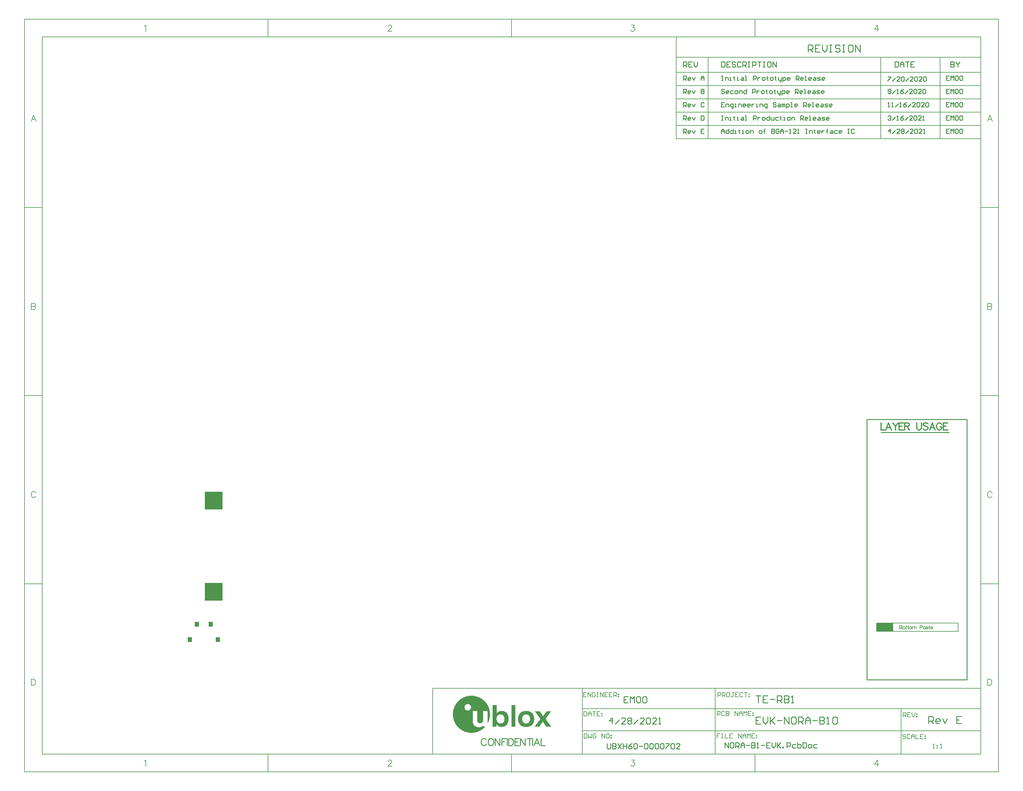
<source format=gbp>
G04*
G04 #@! TF.GenerationSoftware,Altium Limited,Altium Designer,24.5.2 (23)*
G04*
G04 Layer_Color=128*
%FSLAX44Y44*%
%MOMM*%
G71*
G04*
G04 #@! TF.SameCoordinates,0C5A4069-AE43-482B-AD25-CF0848805004*
G04*
G04*
G04 #@! TF.FilePolarity,Positive*
G04*
G01*
G75*
%ADD10C,0.1270*%
%ADD14C,0.2540*%
%ADD15C,0.2000*%
%ADD17R,4.8260X2.4130*%
%ADD18C,0.1778*%
%ADD19C,0.2997*%
%ADD159R,1.2000X1.4000*%
%ADD160R,5.0800X5.0800*%
G36*
X885250Y-150059D02*
X889786D01*
Y-150512D01*
X892507D01*
Y-150966D01*
X894775D01*
Y-151419D01*
X896589D01*
Y-151873D01*
X898403D01*
Y-152327D01*
X899764D01*
Y-152780D01*
X901124D01*
Y-153234D01*
X902485D01*
Y-153687D01*
X903392D01*
Y-154141D01*
X904753D01*
Y-154594D01*
X905660D01*
Y-155048D01*
X906567D01*
Y-155501D01*
X907474D01*
Y-155955D01*
X908381D01*
Y-156409D01*
X909288D01*
Y-156862D01*
X909742D01*
Y-157316D01*
X910649D01*
Y-157769D01*
X911556D01*
Y-158223D01*
X912010D01*
Y-158676D01*
X912917D01*
Y-159130D01*
X913371D01*
Y-159584D01*
X914278D01*
Y-160037D01*
X914731D01*
Y-160491D01*
X915185D01*
Y-160944D01*
X916092D01*
Y-161398D01*
X916545D01*
Y-161851D01*
X916999D01*
Y-162305D01*
X917452D01*
Y-162758D01*
X918360D01*
Y-163212D01*
X918813D01*
Y-163666D01*
X919267D01*
Y-164119D01*
X919720D01*
Y-164573D01*
X920174D01*
Y-165026D01*
X920627D01*
Y-165480D01*
X921081D01*
Y-165933D01*
X921535D01*
Y-166387D01*
X921988D01*
Y-166840D01*
X922442D01*
Y-167294D01*
X922895D01*
Y-167747D01*
X923349D01*
Y-168201D01*
Y-168655D01*
X923802D01*
Y-169108D01*
X924256D01*
Y-169562D01*
X924709D01*
Y-170015D01*
X925163D01*
Y-170469D01*
Y-170922D01*
X925617D01*
Y-171376D01*
X926070D01*
Y-171830D01*
X926524D01*
Y-172283D01*
Y-172737D01*
X926977D01*
Y-173190D01*
X927431D01*
Y-173644D01*
Y-174097D01*
X927884D01*
Y-174551D01*
X928338D01*
Y-175004D01*
Y-175458D01*
X928791D01*
Y-175912D01*
X929245D01*
Y-176365D01*
Y-176819D01*
X929698D01*
Y-177272D01*
Y-177726D01*
X930152D01*
Y-178179D01*
Y-178633D01*
X930606D01*
Y-179086D01*
Y-179540D01*
X931059D01*
Y-179993D01*
Y-180447D01*
X931513D01*
Y-180901D01*
Y-181354D01*
X931966D01*
Y-181808D01*
Y-182261D01*
X932420D01*
Y-182715D01*
Y-183168D01*
Y-183622D01*
X932873D01*
Y-184076D01*
Y-184529D01*
X933327D01*
Y-184983D01*
Y-185436D01*
Y-185890D01*
X933781D01*
Y-186343D01*
Y-186797D01*
Y-187250D01*
X934234D01*
Y-187704D01*
Y-188158D01*
Y-188611D01*
Y-189065D01*
X934688D01*
Y-189518D01*
Y-189972D01*
Y-190425D01*
Y-190879D01*
X935141D01*
Y-191332D01*
Y-191786D01*
Y-192240D01*
Y-192693D01*
X935595D01*
Y-193147D01*
Y-193600D01*
Y-194054D01*
Y-194507D01*
Y-194961D01*
Y-195414D01*
Y-195868D01*
X936048D01*
Y-196322D01*
Y-196775D01*
Y-197229D01*
Y-197682D01*
Y-198136D01*
Y-198589D01*
Y-199043D01*
Y-199496D01*
Y-199950D01*
Y-200404D01*
Y-200857D01*
X936502D01*
Y-201311D01*
Y-201764D01*
Y-202218D01*
Y-202671D01*
Y-203125D01*
Y-203578D01*
Y-204032D01*
Y-204486D01*
Y-204939D01*
Y-205393D01*
X936048D01*
Y-205846D01*
Y-206300D01*
Y-206753D01*
Y-207207D01*
Y-207661D01*
Y-208114D01*
Y-208568D01*
Y-209021D01*
Y-209475D01*
Y-209928D01*
Y-210382D01*
X935595D01*
Y-210835D01*
Y-211289D01*
Y-211742D01*
Y-212196D01*
Y-212650D01*
Y-213103D01*
X935141D01*
Y-213557D01*
Y-214010D01*
Y-214464D01*
Y-214917D01*
Y-215371D01*
X934688D01*
Y-215825D01*
Y-216278D01*
Y-216732D01*
Y-217185D01*
X934234D01*
Y-217639D01*
Y-218092D01*
Y-218546D01*
Y-218999D01*
X933781D01*
Y-219453D01*
Y-219907D01*
Y-220360D01*
X933327D01*
Y-220814D01*
Y-221267D01*
X932873D01*
Y-221721D01*
Y-222174D01*
Y-222628D01*
X932420D01*
Y-223081D01*
Y-223535D01*
X931966D01*
Y-223988D01*
Y-224442D01*
Y-224896D01*
X931513D01*
Y-225349D01*
Y-225803D01*
X931059D01*
Y-226256D01*
Y-226710D01*
X930606D01*
Y-227163D01*
Y-227617D01*
X930152D01*
Y-228071D01*
Y-228524D01*
X929698D01*
Y-228071D01*
Y-227617D01*
Y-227163D01*
Y-226710D01*
Y-226256D01*
Y-225803D01*
Y-225349D01*
Y-224896D01*
Y-224442D01*
Y-223988D01*
Y-223535D01*
Y-223081D01*
Y-222628D01*
Y-222174D01*
Y-221721D01*
Y-221267D01*
Y-220814D01*
Y-220360D01*
Y-219907D01*
Y-219453D01*
Y-218999D01*
Y-218546D01*
Y-218092D01*
Y-217639D01*
Y-217185D01*
Y-216732D01*
Y-216278D01*
Y-215825D01*
Y-215371D01*
Y-214917D01*
Y-214464D01*
Y-214010D01*
Y-213557D01*
Y-213103D01*
Y-212650D01*
Y-212196D01*
Y-211742D01*
Y-211289D01*
Y-210835D01*
Y-210382D01*
Y-209928D01*
Y-209475D01*
Y-209021D01*
Y-208568D01*
Y-208114D01*
Y-207661D01*
Y-207207D01*
Y-206753D01*
Y-206300D01*
Y-205846D01*
Y-205393D01*
Y-204939D01*
Y-204486D01*
Y-204032D01*
Y-203578D01*
Y-203125D01*
Y-202671D01*
Y-202218D01*
Y-201764D01*
Y-201311D01*
Y-200857D01*
Y-200404D01*
Y-199950D01*
Y-199496D01*
Y-199043D01*
Y-198589D01*
Y-198136D01*
Y-197682D01*
Y-197229D01*
Y-196775D01*
Y-196322D01*
Y-195868D01*
Y-195414D01*
Y-194961D01*
Y-194507D01*
Y-194054D01*
X916999D01*
Y-194507D01*
Y-194961D01*
Y-195414D01*
Y-195868D01*
Y-196322D01*
Y-196775D01*
Y-197229D01*
Y-197682D01*
Y-198136D01*
Y-198589D01*
Y-199043D01*
Y-199496D01*
Y-199950D01*
Y-200404D01*
Y-200857D01*
Y-201311D01*
Y-201764D01*
Y-202218D01*
Y-202671D01*
Y-203125D01*
Y-203578D01*
Y-204032D01*
Y-204486D01*
Y-204939D01*
Y-205393D01*
Y-205846D01*
Y-206300D01*
Y-206753D01*
Y-207207D01*
Y-207661D01*
Y-208114D01*
Y-208568D01*
Y-209021D01*
Y-209475D01*
Y-209928D01*
Y-210382D01*
Y-210835D01*
Y-211289D01*
Y-211742D01*
Y-212196D01*
Y-212650D01*
Y-213103D01*
Y-213557D01*
Y-214010D01*
Y-214464D01*
Y-214917D01*
Y-215371D01*
Y-215825D01*
Y-216278D01*
Y-216732D01*
Y-217185D01*
Y-217639D01*
Y-218092D01*
Y-218546D01*
Y-218999D01*
Y-219453D01*
Y-219907D01*
Y-220360D01*
Y-220814D01*
Y-221267D01*
Y-221721D01*
X916545D01*
Y-222174D01*
Y-222628D01*
Y-223081D01*
Y-223535D01*
X916092D01*
Y-223988D01*
Y-224442D01*
X915638D01*
Y-224896D01*
Y-225349D01*
X915185D01*
Y-225803D01*
X914731D01*
Y-226256D01*
X914278D01*
Y-226710D01*
X913824D01*
Y-227163D01*
X913371D01*
Y-227617D01*
X912463D01*
Y-228071D01*
X911103D01*
Y-228524D01*
X904753D01*
Y-228071D01*
X903392D01*
Y-227617D01*
X902485D01*
Y-227163D01*
X902032D01*
Y-226710D01*
X901578D01*
Y-226256D01*
X901124D01*
Y-225803D01*
Y-225349D01*
X900671D01*
Y-224896D01*
Y-224442D01*
X900217D01*
Y-223988D01*
Y-223535D01*
Y-223081D01*
Y-222628D01*
X899764D01*
Y-222174D01*
Y-221721D01*
Y-221267D01*
Y-220814D01*
Y-220360D01*
Y-219907D01*
Y-219453D01*
Y-218999D01*
Y-218546D01*
Y-218092D01*
Y-217639D01*
Y-217185D01*
Y-216732D01*
Y-216278D01*
Y-215825D01*
Y-215371D01*
Y-214917D01*
Y-214464D01*
Y-214010D01*
Y-213557D01*
Y-213103D01*
Y-212650D01*
Y-212196D01*
Y-211742D01*
Y-211289D01*
Y-210835D01*
Y-210382D01*
Y-209928D01*
Y-209475D01*
Y-209021D01*
Y-208568D01*
Y-208114D01*
Y-207661D01*
Y-207207D01*
Y-206753D01*
Y-206300D01*
Y-205846D01*
Y-205393D01*
Y-204939D01*
Y-204486D01*
Y-204032D01*
Y-203578D01*
Y-203125D01*
Y-202671D01*
Y-202218D01*
Y-201764D01*
Y-201311D01*
Y-200857D01*
Y-200404D01*
Y-199950D01*
Y-199496D01*
Y-199043D01*
Y-198589D01*
Y-198136D01*
Y-197682D01*
Y-197229D01*
Y-196775D01*
Y-196322D01*
Y-195868D01*
Y-195414D01*
Y-194961D01*
Y-194507D01*
Y-194054D01*
X887064D01*
Y-194507D01*
Y-194961D01*
Y-195414D01*
Y-195868D01*
Y-196322D01*
Y-196775D01*
Y-197229D01*
Y-197682D01*
Y-198136D01*
Y-198589D01*
Y-199043D01*
Y-199496D01*
Y-199950D01*
Y-200404D01*
Y-200857D01*
Y-201311D01*
Y-201764D01*
Y-202218D01*
Y-202671D01*
Y-203125D01*
Y-203578D01*
Y-204032D01*
Y-204486D01*
Y-204939D01*
Y-205393D01*
Y-205846D01*
Y-206300D01*
Y-206753D01*
Y-207207D01*
Y-207661D01*
Y-208114D01*
Y-208568D01*
Y-209021D01*
Y-209475D01*
Y-209928D01*
Y-210382D01*
Y-210835D01*
Y-211289D01*
Y-211742D01*
Y-212196D01*
Y-212650D01*
Y-213103D01*
Y-213557D01*
Y-214010D01*
Y-214464D01*
Y-214917D01*
Y-215371D01*
Y-215825D01*
Y-216278D01*
Y-216732D01*
Y-217185D01*
Y-217639D01*
Y-218092D01*
Y-218546D01*
Y-218999D01*
Y-219453D01*
Y-219907D01*
Y-220360D01*
Y-220814D01*
Y-221267D01*
Y-221721D01*
Y-222174D01*
Y-222628D01*
Y-223081D01*
Y-223535D01*
Y-223988D01*
Y-224442D01*
Y-224896D01*
Y-225349D01*
Y-225803D01*
Y-226256D01*
Y-226710D01*
Y-227163D01*
X887518D01*
Y-227617D01*
Y-228071D01*
Y-228524D01*
Y-228978D01*
X887971D01*
Y-229431D01*
Y-229885D01*
Y-230338D01*
X888425D01*
Y-230792D01*
Y-231245D01*
Y-231699D01*
X888878D01*
Y-232153D01*
Y-232606D01*
X889332D01*
Y-233060D01*
X889786D01*
Y-233513D01*
Y-233967D01*
X890239D01*
Y-234420D01*
X890693D01*
Y-234874D01*
X891146D01*
Y-235327D01*
X891600D01*
Y-235781D01*
X892053D01*
Y-236234D01*
X892507D01*
Y-236688D01*
X893414D01*
Y-237142D01*
X893868D01*
Y-237595D01*
X894775D01*
Y-238049D01*
X895682D01*
Y-238502D01*
X896589D01*
Y-238956D01*
X897950D01*
Y-239409D01*
X899764D01*
Y-239863D01*
X908835D01*
Y-239409D01*
X910649D01*
Y-238956D01*
X911556D01*
Y-238502D01*
X912917D01*
Y-238049D01*
X913371D01*
Y-237595D01*
X914278D01*
Y-237142D01*
X914731D01*
Y-236688D01*
X915185D01*
Y-236234D01*
X916092D01*
Y-235781D01*
X916545D01*
Y-235327D01*
X916999D01*
Y-234874D01*
Y-234420D01*
X917452D01*
Y-234874D01*
Y-235327D01*
Y-235781D01*
Y-236234D01*
Y-236688D01*
Y-237142D01*
Y-237595D01*
Y-238049D01*
Y-238502D01*
Y-238956D01*
X922442D01*
Y-239409D01*
X921988D01*
Y-239863D01*
X921535D01*
Y-240317D01*
X921081D01*
Y-240770D01*
X920627D01*
Y-241224D01*
X920174D01*
Y-241677D01*
X919720D01*
Y-242131D01*
X919267D01*
Y-242584D01*
X918813D01*
Y-243038D01*
X917906D01*
Y-243491D01*
X917452D01*
Y-243945D01*
X916999D01*
Y-244398D01*
X916545D01*
Y-244852D01*
X915638D01*
Y-245306D01*
X915185D01*
Y-245759D01*
X914731D01*
Y-246213D01*
X913824D01*
Y-246666D01*
X913371D01*
Y-247120D01*
X912463D01*
Y-247573D01*
X912010D01*
Y-248027D01*
X911103D01*
Y-248480D01*
X910649D01*
Y-248934D01*
X909742D01*
Y-249388D01*
X908835D01*
Y-249841D01*
X907928D01*
Y-250295D01*
X907474D01*
Y-250748D01*
X906567D01*
Y-251202D01*
X905206D01*
Y-251655D01*
X904299D01*
Y-252109D01*
X903392D01*
Y-252563D01*
X902032D01*
Y-253016D01*
X901124D01*
Y-253470D01*
X899764D01*
Y-253923D01*
X897950D01*
Y-254377D01*
X896589D01*
Y-254830D01*
X894775D01*
Y-255284D01*
X892053D01*
Y-255737D01*
X888878D01*
Y-256191D01*
X877086D01*
Y-255737D01*
X873911D01*
Y-255284D01*
X871643D01*
Y-254830D01*
X869829D01*
Y-254377D01*
X868015D01*
Y-253923D01*
X866654D01*
Y-253470D01*
X865294D01*
Y-253016D01*
X863933D01*
Y-252563D01*
X863026D01*
Y-252109D01*
X861665D01*
Y-251655D01*
X860758D01*
Y-251202D01*
X859851D01*
Y-250748D01*
X858944D01*
Y-250295D01*
X858037D01*
Y-249841D01*
X857130D01*
Y-249388D01*
X856222D01*
Y-248934D01*
X855769D01*
Y-248480D01*
X854862D01*
Y-248027D01*
X853955D01*
Y-247573D01*
X853501D01*
Y-247120D01*
X852594D01*
Y-246666D01*
X852140D01*
Y-246213D01*
X851687D01*
Y-245759D01*
X850780D01*
Y-245306D01*
X850326D01*
Y-244852D01*
X849873D01*
Y-244398D01*
X848966D01*
Y-243945D01*
X848512D01*
Y-243491D01*
X848058D01*
Y-243038D01*
X847605D01*
Y-242584D01*
X847151D01*
Y-242131D01*
X846698D01*
Y-241677D01*
X846244D01*
Y-241224D01*
X845791D01*
Y-240770D01*
X845337D01*
Y-240317D01*
X844883D01*
Y-239863D01*
X844430D01*
Y-239409D01*
X843976D01*
Y-238956D01*
X843523D01*
Y-238502D01*
X843069D01*
Y-238049D01*
X842616D01*
Y-237595D01*
X842162D01*
Y-237142D01*
X841709D01*
Y-236688D01*
Y-236234D01*
X841255D01*
Y-235781D01*
X840801D01*
Y-235327D01*
X840348D01*
Y-234874D01*
X839894D01*
Y-234420D01*
Y-233967D01*
X839441D01*
Y-233513D01*
X838987D01*
Y-233060D01*
Y-232606D01*
X838534D01*
Y-232153D01*
X838080D01*
Y-231699D01*
Y-231245D01*
X837627D01*
Y-230792D01*
X837173D01*
Y-230338D01*
Y-229885D01*
X836720D01*
Y-229431D01*
Y-228978D01*
X836266D01*
Y-228524D01*
Y-228071D01*
X835812D01*
Y-227617D01*
Y-227163D01*
X835359D01*
Y-226710D01*
Y-226256D01*
X834905D01*
Y-225803D01*
Y-225349D01*
X834452D01*
Y-224896D01*
Y-224442D01*
X833998D01*
Y-223988D01*
Y-223535D01*
X833545D01*
Y-223081D01*
Y-222628D01*
Y-222174D01*
X833091D01*
Y-221721D01*
Y-221267D01*
Y-220814D01*
X832637D01*
Y-220360D01*
Y-219907D01*
X832184D01*
Y-219453D01*
Y-218999D01*
Y-218546D01*
Y-218092D01*
X831730D01*
Y-217639D01*
Y-217185D01*
Y-216732D01*
X831277D01*
Y-216278D01*
Y-215825D01*
Y-215371D01*
Y-214917D01*
X830823D01*
Y-214464D01*
Y-214010D01*
Y-213557D01*
Y-213103D01*
Y-212650D01*
X830370D01*
Y-212196D01*
Y-211742D01*
Y-211289D01*
Y-210835D01*
Y-210382D01*
Y-209928D01*
Y-209475D01*
X829916D01*
Y-209021D01*
Y-208568D01*
Y-208114D01*
Y-207661D01*
Y-207207D01*
Y-206753D01*
Y-206300D01*
Y-205846D01*
Y-205393D01*
Y-204939D01*
X829463D01*
Y-204486D01*
Y-204032D01*
Y-203578D01*
Y-203125D01*
Y-202671D01*
Y-202218D01*
Y-201764D01*
Y-201311D01*
Y-200857D01*
X829916D01*
Y-200404D01*
Y-199950D01*
Y-199496D01*
Y-199043D01*
Y-198589D01*
Y-198136D01*
Y-197682D01*
Y-197229D01*
Y-196775D01*
X830370D01*
Y-196322D01*
Y-195868D01*
Y-195414D01*
Y-194961D01*
Y-194507D01*
Y-194054D01*
Y-193600D01*
X830823D01*
Y-193147D01*
Y-192693D01*
Y-192240D01*
Y-191786D01*
Y-191332D01*
X831277D01*
Y-190879D01*
Y-190425D01*
Y-189972D01*
Y-189518D01*
X831730D01*
Y-189065D01*
Y-188611D01*
Y-188158D01*
Y-187704D01*
X832184D01*
Y-187250D01*
Y-186797D01*
Y-186343D01*
X832637D01*
Y-185890D01*
Y-185436D01*
Y-184983D01*
X833091D01*
Y-184529D01*
Y-184076D01*
X833545D01*
Y-183622D01*
Y-183168D01*
Y-182715D01*
X833998D01*
Y-182261D01*
Y-181808D01*
X834452D01*
Y-181354D01*
Y-180901D01*
Y-180447D01*
X834905D01*
Y-179993D01*
Y-179540D01*
X835359D01*
Y-179086D01*
Y-178633D01*
X835812D01*
Y-178179D01*
Y-177726D01*
X836266D01*
Y-177272D01*
X836720D01*
Y-176819D01*
Y-176365D01*
X837173D01*
Y-175912D01*
Y-175458D01*
X837627D01*
Y-175004D01*
X838080D01*
Y-174551D01*
Y-174097D01*
X838534D01*
Y-173644D01*
X838987D01*
Y-173190D01*
Y-172737D01*
X839441D01*
Y-172283D01*
X839894D01*
Y-171830D01*
Y-171376D01*
X840348D01*
Y-170922D01*
X840801D01*
Y-170469D01*
X841255D01*
Y-170015D01*
Y-169562D01*
X841709D01*
Y-169108D01*
X842162D01*
Y-168655D01*
X842616D01*
Y-168201D01*
X843069D01*
Y-167747D01*
X843523D01*
Y-167294D01*
X843976D01*
Y-166840D01*
X844430D01*
Y-166387D01*
Y-165933D01*
X844883D01*
Y-165480D01*
X845337D01*
Y-165026D01*
X845791D01*
Y-164573D01*
X846698D01*
Y-164119D01*
X847151D01*
Y-163666D01*
X847605D01*
Y-163212D01*
X848058D01*
Y-162758D01*
X848512D01*
Y-162305D01*
X848966D01*
Y-161851D01*
X849419D01*
Y-161398D01*
X850326D01*
Y-160944D01*
X850780D01*
Y-160491D01*
X851233D01*
Y-160037D01*
X852140D01*
Y-159584D01*
X852594D01*
Y-159130D01*
X853501D01*
Y-158676D01*
X853955D01*
Y-158223D01*
X854862D01*
Y-157769D01*
X855315D01*
Y-157316D01*
X856222D01*
Y-156862D01*
X857130D01*
Y-156409D01*
X857583D01*
Y-155955D01*
X858944D01*
Y-155501D01*
X859851D01*
Y-155048D01*
X860758D01*
Y-154594D01*
X861665D01*
Y-154141D01*
X862572D01*
Y-153687D01*
X863933D01*
Y-153234D01*
X864840D01*
Y-152780D01*
X866201D01*
Y-152327D01*
X867561D01*
Y-151873D01*
X869376D01*
Y-151419D01*
X871190D01*
Y-150966D01*
X873457D01*
Y-150512D01*
X876632D01*
Y-150059D01*
X881168D01*
Y-149605D01*
X885250D01*
Y-150059D01*
D02*
G37*
G36*
X955551Y-177272D02*
Y-177726D01*
Y-178179D01*
Y-178633D01*
Y-179086D01*
Y-179540D01*
Y-179993D01*
Y-180447D01*
Y-180901D01*
Y-181354D01*
Y-181808D01*
Y-182261D01*
Y-182715D01*
Y-183168D01*
Y-183622D01*
Y-184076D01*
Y-184529D01*
Y-184983D01*
Y-185436D01*
Y-185890D01*
Y-186343D01*
Y-186797D01*
Y-187250D01*
Y-187704D01*
Y-188158D01*
Y-188611D01*
Y-189065D01*
Y-189518D01*
Y-189972D01*
Y-190425D01*
Y-190879D01*
Y-191332D01*
Y-191786D01*
Y-192240D01*
Y-192693D01*
Y-193147D01*
Y-193600D01*
Y-194054D01*
Y-194507D01*
Y-194961D01*
Y-195414D01*
Y-195868D01*
Y-196322D01*
Y-196775D01*
Y-197229D01*
Y-197682D01*
Y-198136D01*
Y-198589D01*
Y-199043D01*
Y-199496D01*
X956458D01*
Y-199043D01*
X956912D01*
Y-198589D01*
X957365D01*
Y-198136D01*
X957819D01*
Y-197682D01*
X958272D01*
Y-197229D01*
X958726D01*
Y-196775D01*
X959180D01*
Y-196322D01*
X960087D01*
Y-195868D01*
X960540D01*
Y-195414D01*
X961447D01*
Y-194961D01*
X962355D01*
Y-194507D01*
X963715D01*
Y-194054D01*
X965529D01*
Y-193600D01*
X974147D01*
Y-194054D01*
X975961D01*
Y-194507D01*
X977322D01*
Y-194961D01*
X978682D01*
Y-195414D01*
X979590D01*
Y-195868D01*
X980043D01*
Y-196322D01*
X980950D01*
Y-196775D01*
X981404D01*
Y-197229D01*
X982311D01*
Y-197682D01*
X982765D01*
Y-198136D01*
X983218D01*
Y-198589D01*
X983672D01*
Y-199043D01*
X984125D01*
Y-199496D01*
X984579D01*
Y-199950D01*
Y-200404D01*
X985032D01*
Y-200857D01*
X985486D01*
Y-201311D01*
X985939D01*
Y-201764D01*
Y-202218D01*
X986393D01*
Y-202671D01*
Y-203125D01*
X986846D01*
Y-203578D01*
Y-204032D01*
X987300D01*
Y-204486D01*
Y-204939D01*
X987754D01*
Y-205393D01*
Y-205846D01*
Y-206300D01*
X988207D01*
Y-206753D01*
Y-207207D01*
Y-207661D01*
Y-208114D01*
X988661D01*
Y-208568D01*
Y-209021D01*
Y-209475D01*
Y-209928D01*
Y-210382D01*
X989114D01*
Y-210835D01*
Y-211289D01*
Y-211742D01*
Y-212196D01*
Y-212650D01*
Y-213103D01*
Y-213557D01*
Y-214010D01*
Y-214464D01*
X989568D01*
Y-214917D01*
X989114D01*
Y-215371D01*
Y-215825D01*
Y-216278D01*
Y-216732D01*
Y-217185D01*
Y-217639D01*
Y-218092D01*
Y-218546D01*
Y-218999D01*
Y-219453D01*
Y-219907D01*
Y-220360D01*
Y-220814D01*
Y-221267D01*
Y-221721D01*
Y-222174D01*
Y-222628D01*
X988661D01*
Y-223081D01*
Y-223535D01*
Y-223988D01*
Y-224442D01*
Y-224896D01*
X988207D01*
Y-225349D01*
Y-225803D01*
Y-226256D01*
X987754D01*
Y-226710D01*
Y-227163D01*
Y-227617D01*
X987300D01*
Y-228071D01*
Y-228524D01*
Y-228978D01*
X986846D01*
Y-229431D01*
Y-229885D01*
X986393D01*
Y-230338D01*
Y-230792D01*
X985939D01*
Y-231245D01*
X985486D01*
Y-231699D01*
Y-232153D01*
X985032D01*
Y-232606D01*
X984579D01*
Y-233060D01*
X984125D01*
Y-233513D01*
X983672D01*
Y-233967D01*
Y-234420D01*
X982765D01*
Y-234874D01*
X982311D01*
Y-235327D01*
X981857D01*
Y-235781D01*
X981404D01*
Y-236234D01*
X980497D01*
Y-236688D01*
X980043D01*
Y-237142D01*
X979136D01*
Y-237595D01*
X978229D01*
Y-238049D01*
X977322D01*
Y-238502D01*
X975961D01*
Y-238956D01*
X973693D01*
Y-239409D01*
X965983D01*
Y-238956D01*
X963715D01*
Y-238502D01*
X962808D01*
Y-238049D01*
X961447D01*
Y-237595D01*
X960994D01*
Y-237142D01*
X960087D01*
Y-236688D01*
X959633D01*
Y-236234D01*
X958726D01*
Y-235781D01*
X958272D01*
Y-235327D01*
X957819D01*
Y-234874D01*
X957365D01*
Y-234420D01*
X956912D01*
Y-233967D01*
X956458D01*
Y-233513D01*
X956005D01*
Y-233060D01*
Y-232606D01*
X955098D01*
Y-233060D01*
Y-233513D01*
Y-233967D01*
Y-234420D01*
Y-234874D01*
Y-235327D01*
Y-235781D01*
Y-236234D01*
Y-236688D01*
Y-237142D01*
Y-237595D01*
Y-238049D01*
Y-238502D01*
X943759D01*
Y-238049D01*
Y-237595D01*
Y-237142D01*
Y-236688D01*
Y-236234D01*
Y-235781D01*
Y-235327D01*
Y-234874D01*
Y-234420D01*
Y-233967D01*
Y-233513D01*
Y-233060D01*
Y-232606D01*
Y-232153D01*
Y-231699D01*
Y-231245D01*
Y-230792D01*
Y-230338D01*
Y-229885D01*
Y-229431D01*
Y-228978D01*
Y-228524D01*
Y-228071D01*
Y-227617D01*
Y-227163D01*
Y-226710D01*
Y-226256D01*
Y-225803D01*
Y-225349D01*
Y-224896D01*
Y-224442D01*
Y-223988D01*
Y-223535D01*
Y-223081D01*
Y-222628D01*
Y-222174D01*
Y-221721D01*
Y-221267D01*
Y-220814D01*
Y-220360D01*
Y-219907D01*
Y-219453D01*
Y-218999D01*
Y-218546D01*
Y-218092D01*
Y-217639D01*
Y-217185D01*
Y-216732D01*
Y-216278D01*
Y-215825D01*
Y-215371D01*
Y-214917D01*
Y-214464D01*
Y-214010D01*
Y-213557D01*
Y-213103D01*
Y-212650D01*
Y-212196D01*
Y-211742D01*
Y-211289D01*
Y-210835D01*
Y-210382D01*
Y-209928D01*
Y-209475D01*
Y-209021D01*
Y-208568D01*
Y-208114D01*
Y-207661D01*
Y-207207D01*
Y-206753D01*
Y-206300D01*
Y-205846D01*
Y-205393D01*
Y-204939D01*
Y-204486D01*
Y-204032D01*
Y-203578D01*
Y-203125D01*
Y-202671D01*
Y-202218D01*
Y-201764D01*
Y-201311D01*
Y-200857D01*
Y-200404D01*
Y-199950D01*
Y-199496D01*
Y-199043D01*
Y-198589D01*
Y-198136D01*
Y-197682D01*
Y-197229D01*
Y-196775D01*
Y-196322D01*
Y-195868D01*
Y-195414D01*
Y-194961D01*
Y-194507D01*
Y-194054D01*
Y-193600D01*
Y-193147D01*
Y-192693D01*
Y-192240D01*
Y-191786D01*
Y-191332D01*
Y-190879D01*
Y-190425D01*
Y-189972D01*
Y-189518D01*
Y-189065D01*
Y-188611D01*
Y-188158D01*
Y-187704D01*
Y-187250D01*
Y-186797D01*
Y-186343D01*
Y-185890D01*
Y-185436D01*
Y-184983D01*
Y-184529D01*
Y-184076D01*
Y-183622D01*
Y-183168D01*
Y-182715D01*
Y-182261D01*
Y-181808D01*
Y-181354D01*
Y-180901D01*
Y-180447D01*
Y-179993D01*
Y-179540D01*
Y-179086D01*
Y-178633D01*
Y-178179D01*
Y-177726D01*
Y-177272D01*
Y-176819D01*
X955551D01*
Y-177272D01*
D02*
G37*
G36*
X1009071D02*
Y-177726D01*
Y-178179D01*
Y-178633D01*
Y-179086D01*
Y-179540D01*
Y-179993D01*
Y-180447D01*
Y-180901D01*
Y-181354D01*
Y-181808D01*
Y-182261D01*
Y-182715D01*
Y-183168D01*
Y-183622D01*
Y-184076D01*
Y-184529D01*
Y-184983D01*
Y-185436D01*
Y-185890D01*
Y-186343D01*
Y-186797D01*
Y-187250D01*
Y-187704D01*
Y-188158D01*
Y-188611D01*
Y-189065D01*
Y-189518D01*
Y-189972D01*
Y-190425D01*
Y-190879D01*
Y-191332D01*
Y-191786D01*
Y-192240D01*
Y-192693D01*
Y-193147D01*
Y-193600D01*
Y-194054D01*
Y-194507D01*
Y-194961D01*
Y-195414D01*
Y-195868D01*
Y-196322D01*
Y-196775D01*
Y-197229D01*
Y-197682D01*
Y-198136D01*
Y-198589D01*
Y-199043D01*
Y-199496D01*
Y-199950D01*
Y-200404D01*
Y-200857D01*
Y-201311D01*
Y-201764D01*
Y-202218D01*
Y-202671D01*
Y-203125D01*
Y-203578D01*
Y-204032D01*
Y-204486D01*
Y-204939D01*
Y-205393D01*
Y-205846D01*
Y-206300D01*
Y-206753D01*
Y-207207D01*
Y-207661D01*
Y-208114D01*
Y-208568D01*
Y-209021D01*
Y-209475D01*
Y-209928D01*
Y-210382D01*
Y-210835D01*
Y-211289D01*
Y-211742D01*
Y-212196D01*
Y-212650D01*
Y-213103D01*
Y-213557D01*
Y-214010D01*
Y-214464D01*
Y-214917D01*
Y-215371D01*
Y-215825D01*
Y-216278D01*
Y-216732D01*
Y-217185D01*
Y-217639D01*
Y-218092D01*
Y-218546D01*
Y-218999D01*
Y-219453D01*
Y-219907D01*
Y-220360D01*
Y-220814D01*
Y-221267D01*
Y-221721D01*
Y-222174D01*
Y-222628D01*
Y-223081D01*
Y-223535D01*
Y-223988D01*
Y-224442D01*
Y-224896D01*
Y-225349D01*
Y-225803D01*
Y-226256D01*
Y-226710D01*
Y-227163D01*
Y-227617D01*
Y-228071D01*
Y-228524D01*
Y-228978D01*
Y-229431D01*
Y-229885D01*
Y-230338D01*
Y-230792D01*
Y-231245D01*
Y-231699D01*
Y-232153D01*
Y-232606D01*
Y-233060D01*
Y-233513D01*
Y-233967D01*
Y-234420D01*
Y-234874D01*
Y-235327D01*
Y-235781D01*
Y-236234D01*
Y-236688D01*
Y-237142D01*
Y-237595D01*
Y-238049D01*
Y-238502D01*
X997732D01*
Y-238049D01*
Y-237595D01*
Y-237142D01*
Y-236688D01*
Y-236234D01*
Y-235781D01*
Y-235327D01*
Y-234874D01*
Y-234420D01*
Y-233967D01*
Y-233513D01*
Y-233060D01*
Y-232606D01*
Y-232153D01*
Y-231699D01*
Y-231245D01*
Y-230792D01*
Y-230338D01*
Y-229885D01*
Y-229431D01*
Y-228978D01*
Y-228524D01*
Y-228071D01*
Y-227617D01*
Y-227163D01*
Y-226710D01*
Y-226256D01*
Y-225803D01*
Y-225349D01*
Y-224896D01*
Y-224442D01*
Y-223988D01*
Y-223535D01*
Y-223081D01*
Y-222628D01*
Y-222174D01*
Y-221721D01*
Y-221267D01*
Y-220814D01*
Y-220360D01*
Y-219907D01*
Y-219453D01*
Y-218999D01*
Y-218546D01*
Y-218092D01*
Y-217639D01*
Y-217185D01*
Y-216732D01*
Y-216278D01*
Y-215825D01*
Y-215371D01*
Y-214917D01*
Y-214464D01*
Y-214010D01*
Y-213557D01*
Y-213103D01*
Y-212650D01*
Y-212196D01*
Y-211742D01*
Y-211289D01*
Y-210835D01*
Y-210382D01*
Y-209928D01*
Y-209475D01*
Y-209021D01*
Y-208568D01*
Y-208114D01*
Y-207661D01*
Y-207207D01*
Y-206753D01*
Y-206300D01*
Y-205846D01*
Y-205393D01*
Y-204939D01*
Y-204486D01*
Y-204032D01*
Y-203578D01*
Y-203125D01*
Y-202671D01*
Y-202218D01*
Y-201764D01*
Y-201311D01*
Y-200857D01*
Y-200404D01*
Y-199950D01*
Y-199496D01*
Y-199043D01*
Y-198589D01*
Y-198136D01*
Y-197682D01*
Y-197229D01*
Y-196775D01*
Y-196322D01*
Y-195868D01*
Y-195414D01*
Y-194961D01*
Y-194507D01*
Y-194054D01*
Y-193600D01*
Y-193147D01*
Y-192693D01*
Y-192240D01*
Y-191786D01*
Y-191332D01*
Y-190879D01*
Y-190425D01*
Y-189972D01*
Y-189518D01*
Y-189065D01*
Y-188611D01*
Y-188158D01*
Y-187704D01*
Y-187250D01*
Y-186797D01*
Y-186343D01*
Y-185890D01*
Y-185436D01*
Y-184983D01*
Y-184529D01*
Y-184076D01*
Y-183622D01*
Y-183168D01*
Y-182715D01*
Y-182261D01*
Y-181808D01*
Y-181354D01*
Y-180901D01*
Y-180447D01*
Y-179993D01*
Y-179540D01*
Y-179086D01*
Y-178633D01*
Y-178179D01*
Y-177726D01*
Y-177272D01*
Y-176819D01*
X1009071D01*
Y-177272D01*
D02*
G37*
G36*
X1045355Y-194054D02*
X1047623D01*
Y-194507D01*
X1048984D01*
Y-194961D01*
X1050344D01*
Y-195414D01*
X1051252D01*
Y-195868D01*
X1052159D01*
Y-196322D01*
X1053066D01*
Y-196775D01*
X1053973D01*
Y-197229D01*
X1054426D01*
Y-197682D01*
X1055333D01*
Y-198136D01*
X1055787D01*
Y-198589D01*
X1056241D01*
Y-199043D01*
X1056694D01*
Y-199496D01*
X1057148D01*
Y-199950D01*
X1057601D01*
Y-200404D01*
X1058055D01*
Y-200857D01*
X1058508D01*
Y-201311D01*
X1058962D01*
Y-201764D01*
Y-202218D01*
X1059416D01*
Y-202671D01*
X1059869D01*
Y-203125D01*
Y-203578D01*
X1060323D01*
Y-204032D01*
Y-204486D01*
X1060776D01*
Y-204939D01*
Y-205393D01*
X1061230D01*
Y-205846D01*
Y-206300D01*
X1061683D01*
Y-206753D01*
Y-207207D01*
Y-207661D01*
X1062137D01*
Y-208114D01*
Y-208568D01*
Y-209021D01*
Y-209475D01*
Y-209928D01*
X1062590D01*
Y-210382D01*
Y-210835D01*
Y-211289D01*
Y-211742D01*
Y-212196D01*
Y-212650D01*
Y-213103D01*
X1063044D01*
Y-213557D01*
Y-214010D01*
Y-214464D01*
Y-214917D01*
Y-215371D01*
Y-215825D01*
Y-216278D01*
Y-216732D01*
Y-217185D01*
Y-217639D01*
Y-218092D01*
Y-218546D01*
Y-218999D01*
Y-219453D01*
Y-219907D01*
X1062590D01*
Y-220360D01*
Y-220814D01*
Y-221267D01*
Y-221721D01*
Y-222174D01*
Y-222628D01*
Y-223081D01*
X1062137D01*
Y-223535D01*
Y-223988D01*
Y-224442D01*
Y-224896D01*
X1061683D01*
Y-225349D01*
Y-225803D01*
Y-226256D01*
X1061230D01*
Y-226710D01*
Y-227163D01*
Y-227617D01*
X1060776D01*
Y-228071D01*
Y-228524D01*
X1060323D01*
Y-228978D01*
Y-229431D01*
X1059869D01*
Y-229885D01*
Y-230338D01*
X1059416D01*
Y-230792D01*
X1058962D01*
Y-231245D01*
X1058508D01*
Y-231699D01*
Y-232153D01*
X1058055D01*
Y-232606D01*
X1057601D01*
Y-233060D01*
X1057148D01*
Y-233513D01*
X1056694D01*
Y-233967D01*
X1056241D01*
Y-234420D01*
X1055787D01*
Y-234874D01*
X1054880D01*
Y-235327D01*
X1054426D01*
Y-235781D01*
X1053519D01*
Y-236234D01*
X1053066D01*
Y-236688D01*
X1052159D01*
Y-237142D01*
X1051252D01*
Y-237595D01*
X1049891D01*
Y-238049D01*
X1048530D01*
Y-238502D01*
X1047169D01*
Y-238956D01*
X1044902D01*
Y-239409D01*
X1035377D01*
Y-238956D01*
X1032656D01*
Y-238502D01*
X1030841D01*
Y-238049D01*
X1029934D01*
Y-237595D01*
X1028574D01*
Y-237142D01*
X1027667D01*
Y-236688D01*
X1026759D01*
Y-236234D01*
X1026306D01*
Y-235781D01*
X1025399D01*
Y-235327D01*
X1024945D01*
Y-234874D01*
X1024038D01*
Y-234420D01*
X1023585D01*
Y-233967D01*
X1023131D01*
Y-233513D01*
X1022678D01*
Y-233060D01*
X1022224D01*
Y-232606D01*
X1021770D01*
Y-232153D01*
X1021317D01*
Y-231699D01*
Y-231245D01*
X1020863D01*
Y-230792D01*
X1020410D01*
Y-230338D01*
X1019956D01*
Y-229885D01*
Y-229431D01*
X1019503D01*
Y-228978D01*
Y-228524D01*
X1019049D01*
Y-228071D01*
Y-227617D01*
X1018595D01*
Y-227163D01*
Y-226710D01*
Y-226256D01*
X1018142D01*
Y-225803D01*
Y-225349D01*
Y-224896D01*
X1017688D01*
Y-224442D01*
Y-223988D01*
Y-223535D01*
Y-223081D01*
X1017235D01*
Y-222628D01*
Y-222174D01*
Y-221721D01*
Y-221267D01*
Y-220814D01*
Y-220360D01*
Y-219907D01*
Y-219453D01*
X1016781D01*
Y-218999D01*
Y-218546D01*
Y-218092D01*
Y-217639D01*
Y-217185D01*
Y-216732D01*
Y-216278D01*
Y-215825D01*
Y-215371D01*
Y-214917D01*
Y-214464D01*
Y-214010D01*
Y-213557D01*
X1017235D01*
Y-213103D01*
Y-212650D01*
Y-212196D01*
Y-211742D01*
Y-211289D01*
Y-210835D01*
Y-210382D01*
Y-209928D01*
X1017688D01*
Y-209475D01*
Y-209021D01*
Y-208568D01*
Y-208114D01*
X1018142D01*
Y-207661D01*
Y-207207D01*
Y-206753D01*
X1018595D01*
Y-206300D01*
Y-205846D01*
Y-205393D01*
X1019049D01*
Y-204939D01*
Y-204486D01*
X1019503D01*
Y-204032D01*
Y-203578D01*
X1019956D01*
Y-203125D01*
Y-202671D01*
X1020410D01*
Y-202218D01*
X1020863D01*
Y-201764D01*
Y-201311D01*
X1021317D01*
Y-200857D01*
X1021770D01*
Y-200404D01*
X1022224D01*
Y-199950D01*
X1022678D01*
Y-199496D01*
X1023131D01*
Y-199043D01*
X1023585D01*
Y-198589D01*
X1024038D01*
Y-198136D01*
X1024492D01*
Y-197682D01*
X1025399D01*
Y-197229D01*
X1025852D01*
Y-196775D01*
X1026759D01*
Y-196322D01*
X1027667D01*
Y-195868D01*
X1028574D01*
Y-195414D01*
X1029481D01*
Y-194961D01*
X1030841D01*
Y-194507D01*
X1032202D01*
Y-194054D01*
X1034470D01*
Y-193600D01*
X1045355D01*
Y-194054D01*
D02*
G37*
G36*
X1111121Y-194961D02*
X1110667D01*
Y-195414D01*
Y-195868D01*
X1110214D01*
Y-196322D01*
X1109760D01*
Y-196775D01*
X1109307D01*
Y-197229D01*
Y-197682D01*
X1108853D01*
Y-198136D01*
X1108400D01*
Y-198589D01*
Y-199043D01*
X1107946D01*
Y-199496D01*
X1107492D01*
Y-199950D01*
X1107039D01*
Y-200404D01*
Y-200857D01*
X1106585D01*
Y-201311D01*
X1106132D01*
Y-201764D01*
X1105678D01*
Y-202218D01*
Y-202671D01*
X1105225D01*
Y-203125D01*
X1104771D01*
Y-203578D01*
X1104317D01*
Y-204032D01*
Y-204486D01*
X1103864D01*
Y-204939D01*
X1103410D01*
Y-205393D01*
Y-205846D01*
X1102957D01*
Y-206300D01*
X1102503D01*
Y-206753D01*
X1102050D01*
Y-207207D01*
Y-207661D01*
X1101596D01*
Y-208114D01*
X1101143D01*
Y-208568D01*
X1100689D01*
Y-209021D01*
Y-209475D01*
X1100236D01*
Y-209928D01*
X1099782D01*
Y-210382D01*
Y-210835D01*
X1099328D01*
Y-211289D01*
X1098875D01*
Y-211742D01*
X1098421D01*
Y-212196D01*
Y-212650D01*
X1097968D01*
Y-213103D01*
X1097514D01*
Y-213557D01*
X1097061D01*
Y-214010D01*
Y-214464D01*
X1096607D01*
Y-214917D01*
X1096153D01*
Y-215371D01*
X1095700D01*
Y-215825D01*
Y-216278D01*
Y-216732D01*
X1096153D01*
Y-217185D01*
Y-217639D01*
X1096607D01*
Y-218092D01*
X1097061D01*
Y-218546D01*
X1097514D01*
Y-218999D01*
Y-219453D01*
X1097968D01*
Y-219907D01*
X1098421D01*
Y-220360D01*
X1098875D01*
Y-220814D01*
Y-221267D01*
X1099328D01*
Y-221721D01*
X1099782D01*
Y-222174D01*
Y-222628D01*
X1100236D01*
Y-223081D01*
X1100689D01*
Y-223535D01*
X1101143D01*
Y-223988D01*
Y-224442D01*
X1101596D01*
Y-224896D01*
X1102050D01*
Y-225349D01*
X1102503D01*
Y-225803D01*
Y-226256D01*
X1102957D01*
Y-226710D01*
X1103410D01*
Y-227163D01*
X1103864D01*
Y-227617D01*
Y-228071D01*
X1104317D01*
Y-228524D01*
X1104771D01*
Y-228978D01*
X1105225D01*
Y-229431D01*
Y-229885D01*
X1105678D01*
Y-230338D01*
X1106132D01*
Y-230792D01*
X1106585D01*
Y-231245D01*
Y-231699D01*
X1107039D01*
Y-232153D01*
X1107492D01*
Y-232606D01*
X1107946D01*
Y-233060D01*
Y-233513D01*
X1108400D01*
Y-233967D01*
X1108853D01*
Y-234420D01*
Y-234874D01*
X1109307D01*
Y-235327D01*
X1109760D01*
Y-235781D01*
X1110214D01*
Y-236234D01*
Y-236688D01*
X1110667D01*
Y-237142D01*
X1111121D01*
Y-237595D01*
X1111574D01*
Y-238049D01*
X1112028D01*
Y-238502D01*
X1097514D01*
Y-238049D01*
Y-237595D01*
X1097061D01*
Y-237142D01*
X1096607D01*
Y-236688D01*
X1096153D01*
Y-236234D01*
Y-235781D01*
X1095700D01*
Y-235327D01*
X1095246D01*
Y-234874D01*
X1094793D01*
Y-234420D01*
Y-233967D01*
X1094339D01*
Y-233513D01*
X1093886D01*
Y-233060D01*
Y-232606D01*
X1093432D01*
Y-232153D01*
X1092979D01*
Y-231699D01*
X1092525D01*
Y-231245D01*
Y-230792D01*
X1092072D01*
Y-230338D01*
X1091618D01*
Y-229885D01*
X1091164D01*
Y-229431D01*
Y-228978D01*
X1090711D01*
Y-228524D01*
X1090257D01*
Y-228071D01*
Y-227617D01*
X1089804D01*
Y-227163D01*
X1089350D01*
Y-226710D01*
X1088897D01*
Y-226256D01*
Y-225803D01*
X1088443D01*
Y-225349D01*
X1087990D01*
Y-224896D01*
X1087536D01*
Y-224442D01*
X1087082D01*
Y-224896D01*
Y-225349D01*
X1086629D01*
Y-225803D01*
X1086175D01*
Y-226256D01*
X1085722D01*
Y-226710D01*
Y-227163D01*
X1085268D01*
Y-227617D01*
X1084815D01*
Y-228071D01*
Y-228524D01*
X1084361D01*
Y-228978D01*
X1083907D01*
Y-229431D01*
X1083454D01*
Y-229885D01*
Y-230338D01*
X1083000D01*
Y-230792D01*
X1082547D01*
Y-231245D01*
Y-231699D01*
X1082093D01*
Y-232153D01*
X1081640D01*
Y-232606D01*
X1081186D01*
Y-233060D01*
Y-233513D01*
X1080733D01*
Y-233967D01*
X1080279D01*
Y-234420D01*
Y-234874D01*
X1079826D01*
Y-235327D01*
X1079372D01*
Y-235781D01*
X1078918D01*
Y-236234D01*
Y-236688D01*
X1078465D01*
Y-237142D01*
X1078011D01*
Y-237595D01*
Y-238049D01*
X1077558D01*
Y-238502D01*
X1064405D01*
Y-238049D01*
X1064858D01*
Y-237595D01*
X1065312D01*
Y-237142D01*
Y-236688D01*
X1065765D01*
Y-236234D01*
X1066219D01*
Y-235781D01*
X1066672D01*
Y-235327D01*
Y-234874D01*
X1067126D01*
Y-234420D01*
X1067579D01*
Y-233967D01*
Y-233513D01*
X1068033D01*
Y-233060D01*
X1068487D01*
Y-232606D01*
X1068940D01*
Y-232153D01*
X1069394D01*
Y-231699D01*
Y-231245D01*
X1069847D01*
Y-230792D01*
X1070301D01*
Y-230338D01*
Y-229885D01*
X1070754D01*
Y-229431D01*
X1071208D01*
Y-228978D01*
X1071662D01*
Y-228524D01*
Y-228071D01*
X1072115D01*
Y-227617D01*
X1072569D01*
Y-227163D01*
X1073022D01*
Y-226710D01*
Y-226256D01*
X1073476D01*
Y-225803D01*
X1073929D01*
Y-225349D01*
X1074383D01*
Y-224896D01*
Y-224442D01*
X1074836D01*
Y-223988D01*
X1075290D01*
Y-223535D01*
X1075743D01*
Y-223081D01*
Y-222628D01*
X1076197D01*
Y-222174D01*
X1076651D01*
Y-221721D01*
X1077104D01*
Y-221267D01*
Y-220814D01*
X1077558D01*
Y-220360D01*
X1078011D01*
Y-219907D01*
X1078465D01*
Y-219453D01*
Y-218999D01*
X1078918D01*
Y-218546D01*
X1079372D01*
Y-218092D01*
Y-217639D01*
X1079826D01*
Y-217185D01*
X1080279D01*
Y-216732D01*
X1080733D01*
Y-216278D01*
Y-215825D01*
X1080279D01*
Y-215371D01*
X1079826D01*
Y-214917D01*
X1079372D01*
Y-214464D01*
Y-214010D01*
X1078918D01*
Y-213557D01*
X1078465D01*
Y-213103D01*
X1078011D01*
Y-212650D01*
Y-212196D01*
X1077558D01*
Y-211742D01*
X1077104D01*
Y-211289D01*
Y-210835D01*
X1076651D01*
Y-210382D01*
X1076197D01*
Y-209928D01*
X1075743D01*
Y-209475D01*
Y-209021D01*
X1075290D01*
Y-208568D01*
X1074836D01*
Y-208114D01*
X1074383D01*
Y-207661D01*
Y-207207D01*
X1073929D01*
Y-206753D01*
X1073476D01*
Y-206300D01*
Y-205846D01*
X1073022D01*
Y-205393D01*
X1072569D01*
Y-204939D01*
X1072115D01*
Y-204486D01*
Y-204032D01*
X1071662D01*
Y-203578D01*
X1071208D01*
Y-203125D01*
X1070754D01*
Y-202671D01*
Y-202218D01*
X1070301D01*
Y-201764D01*
X1069847D01*
Y-201311D01*
Y-200857D01*
X1069394D01*
Y-200404D01*
X1068940D01*
Y-199950D01*
X1068487D01*
Y-199496D01*
Y-199043D01*
X1068033D01*
Y-198589D01*
X1067579D01*
Y-198136D01*
X1067126D01*
Y-197682D01*
Y-197229D01*
X1066672D01*
Y-196775D01*
X1066219D01*
Y-196322D01*
Y-195868D01*
X1065765D01*
Y-195414D01*
X1065312D01*
Y-194961D01*
X1064858D01*
Y-194507D01*
X1078918D01*
Y-194961D01*
X1079372D01*
Y-195414D01*
X1079826D01*
Y-195868D01*
Y-196322D01*
X1080279D01*
Y-196775D01*
X1080733D01*
Y-197229D01*
X1081186D01*
Y-197682D01*
Y-198136D01*
X1081640D01*
Y-198589D01*
X1082093D01*
Y-199043D01*
Y-199496D01*
X1082547D01*
Y-199950D01*
X1083000D01*
Y-200404D01*
Y-200857D01*
X1083454D01*
Y-201311D01*
X1083907D01*
Y-201764D01*
X1084361D01*
Y-202218D01*
Y-202671D01*
X1084815D01*
Y-203125D01*
X1085268D01*
Y-203578D01*
Y-204032D01*
X1085722D01*
Y-204486D01*
X1086175D01*
Y-204939D01*
X1086629D01*
Y-205393D01*
Y-205846D01*
X1087082D01*
Y-206300D01*
X1087536D01*
Y-206753D01*
Y-207207D01*
X1087990D01*
Y-207661D01*
X1088443D01*
Y-208114D01*
X1088897D01*
Y-207661D01*
X1089350D01*
Y-207207D01*
Y-206753D01*
X1089804D01*
Y-206300D01*
X1090257D01*
Y-205846D01*
X1090711D01*
Y-205393D01*
Y-204939D01*
X1091164D01*
Y-204486D01*
X1091618D01*
Y-204032D01*
Y-203578D01*
X1092072D01*
Y-203125D01*
X1092525D01*
Y-202671D01*
X1092979D01*
Y-202218D01*
Y-201764D01*
X1093432D01*
Y-201311D01*
X1093886D01*
Y-200857D01*
Y-200404D01*
X1094339D01*
Y-199950D01*
X1094793D01*
Y-199496D01*
X1095246D01*
Y-199043D01*
Y-198589D01*
X1095700D01*
Y-198136D01*
X1096153D01*
Y-197682D01*
Y-197229D01*
X1096607D01*
Y-196775D01*
X1097061D01*
Y-196322D01*
X1097514D01*
Y-195868D01*
Y-195414D01*
X1097968D01*
Y-194961D01*
X1098421D01*
Y-194507D01*
X1111121D01*
Y-194961D01*
D02*
G37*
%LPC*%
G36*
X873457Y-173644D02*
X871190D01*
Y-174097D01*
X869376D01*
Y-174551D01*
X868468D01*
Y-175004D01*
X867561D01*
Y-175458D01*
X866654D01*
Y-175912D01*
X866201D01*
Y-176365D01*
X865747D01*
Y-176819D01*
X865294D01*
Y-177272D01*
X864840D01*
Y-177726D01*
Y-178179D01*
X864386D01*
Y-178633D01*
X863933D01*
Y-179086D01*
Y-179540D01*
X863479D01*
Y-179993D01*
Y-180447D01*
Y-180901D01*
Y-181354D01*
X863026D01*
Y-181808D01*
Y-182261D01*
Y-182715D01*
Y-183168D01*
Y-183622D01*
Y-184076D01*
Y-184529D01*
Y-184983D01*
X863479D01*
Y-185436D01*
Y-185890D01*
Y-186343D01*
X863933D01*
Y-186797D01*
Y-187250D01*
X864386D01*
Y-187704D01*
Y-188158D01*
X864840D01*
Y-188611D01*
X865294D01*
Y-189065D01*
X865747D01*
Y-189518D01*
X866201D01*
Y-189972D01*
X866654D01*
Y-190425D01*
X867108D01*
Y-190879D01*
X868015D01*
Y-191332D01*
X868922D01*
Y-191786D01*
X870283D01*
Y-192240D01*
X874365D01*
Y-191786D01*
X875725D01*
Y-191332D01*
X876632D01*
Y-190879D01*
X877540D01*
Y-190425D01*
X877993D01*
Y-189972D01*
X878447D01*
Y-189518D01*
X879354D01*
Y-189065D01*
Y-188611D01*
X879807D01*
Y-188158D01*
X880261D01*
Y-187704D01*
Y-187250D01*
X880714D01*
Y-186797D01*
Y-186343D01*
X881168D01*
Y-185890D01*
Y-185436D01*
Y-184983D01*
X881622D01*
Y-184529D01*
Y-184076D01*
Y-183622D01*
Y-183168D01*
Y-182715D01*
Y-182261D01*
Y-181808D01*
Y-181354D01*
X881168D01*
Y-180901D01*
Y-180447D01*
Y-179993D01*
Y-179540D01*
X880714D01*
Y-179086D01*
Y-178633D01*
X880261D01*
Y-178179D01*
Y-177726D01*
X879807D01*
Y-177272D01*
X879354D01*
Y-176819D01*
X878900D01*
Y-176365D01*
X878447D01*
Y-175912D01*
X877993D01*
Y-175458D01*
X877086D01*
Y-175004D01*
X876632D01*
Y-174551D01*
X875272D01*
Y-174097D01*
X873457D01*
Y-173644D01*
D02*
G37*
G36*
X968251Y-203578D02*
X964169D01*
Y-204032D01*
X962355D01*
Y-204486D01*
X960994D01*
Y-204939D01*
X960087D01*
Y-205393D01*
X959633D01*
Y-205846D01*
X958726D01*
Y-206300D01*
X958272D01*
Y-206753D01*
X957819D01*
Y-207207D01*
Y-207661D01*
X957365D01*
Y-208114D01*
X956912D01*
Y-208568D01*
Y-209021D01*
X956458D01*
Y-209475D01*
Y-209928D01*
X956005D01*
Y-210382D01*
Y-210835D01*
Y-211289D01*
X955551D01*
Y-211742D01*
Y-212196D01*
Y-212650D01*
Y-213103D01*
Y-213557D01*
X955098D01*
Y-214010D01*
Y-214464D01*
Y-214917D01*
Y-215371D01*
Y-215825D01*
Y-216278D01*
Y-216732D01*
Y-217185D01*
Y-217639D01*
Y-218092D01*
Y-218546D01*
Y-218999D01*
Y-219453D01*
X955551D01*
Y-219907D01*
Y-220360D01*
Y-220814D01*
Y-221267D01*
Y-221721D01*
X956005D01*
Y-222174D01*
Y-222628D01*
Y-223081D01*
X956458D01*
Y-223535D01*
Y-223988D01*
X956912D01*
Y-224442D01*
Y-224896D01*
X957365D01*
Y-225349D01*
X957819D01*
Y-225803D01*
X958272D01*
Y-226256D01*
X958726D01*
Y-226710D01*
X959180D01*
Y-227163D01*
X959633D01*
Y-227617D01*
X960540D01*
Y-228071D01*
X961447D01*
Y-228524D01*
X962355D01*
Y-228978D01*
X964622D01*
Y-229431D01*
X967797D01*
Y-228978D01*
X970065D01*
Y-228524D01*
X971426D01*
Y-228071D01*
X972333D01*
Y-227617D01*
X972786D01*
Y-227163D01*
X973693D01*
Y-226710D01*
X974147D01*
Y-226256D01*
X974601D01*
Y-225803D01*
X975054D01*
Y-225349D01*
Y-224896D01*
X975508D01*
Y-224442D01*
X975961D01*
Y-223988D01*
Y-223535D01*
X976415D01*
Y-223081D01*
Y-222628D01*
Y-222174D01*
X976868D01*
Y-221721D01*
Y-221267D01*
Y-220814D01*
Y-220360D01*
X977322D01*
Y-219907D01*
Y-219453D01*
Y-218999D01*
Y-218546D01*
Y-218092D01*
Y-217639D01*
Y-217185D01*
Y-216732D01*
Y-216278D01*
Y-215825D01*
Y-215371D01*
Y-214917D01*
Y-214464D01*
Y-214010D01*
Y-213557D01*
Y-213103D01*
Y-212650D01*
Y-212196D01*
X976868D01*
Y-211742D01*
Y-211289D01*
Y-210835D01*
Y-210382D01*
X976415D01*
Y-209928D01*
Y-209475D01*
X975961D01*
Y-209021D01*
Y-208568D01*
X975508D01*
Y-208114D01*
Y-207661D01*
X975054D01*
Y-207207D01*
X974601D01*
Y-206753D01*
X974147D01*
Y-206300D01*
X973693D01*
Y-205846D01*
X973240D01*
Y-205393D01*
X972333D01*
Y-204939D01*
X971426D01*
Y-204486D01*
X970518D01*
Y-204032D01*
X968251D01*
Y-203578D01*
D02*
G37*
G36*
X1042180D02*
X1037645D01*
Y-204032D01*
X1035831D01*
Y-204486D01*
X1034470D01*
Y-204939D01*
X1033563D01*
Y-205393D01*
X1033109D01*
Y-205846D01*
X1032656D01*
Y-206300D01*
X1032202D01*
Y-206753D01*
X1031749D01*
Y-207207D01*
X1031295D01*
Y-207661D01*
X1030841D01*
Y-208114D01*
X1030388D01*
Y-208568D01*
Y-209021D01*
X1029934D01*
Y-209475D01*
Y-209928D01*
X1029481D01*
Y-210382D01*
Y-210835D01*
Y-211289D01*
X1029027D01*
Y-211742D01*
Y-212196D01*
Y-212650D01*
Y-213103D01*
Y-213557D01*
Y-214010D01*
Y-214464D01*
X1028574D01*
Y-214917D01*
Y-215371D01*
Y-215825D01*
Y-216278D01*
Y-216732D01*
Y-217185D01*
Y-217639D01*
Y-218092D01*
X1029027D01*
Y-218546D01*
Y-218999D01*
Y-219453D01*
Y-219907D01*
Y-220360D01*
Y-220814D01*
Y-221267D01*
X1029481D01*
Y-221721D01*
Y-222174D01*
Y-222628D01*
X1029934D01*
Y-223081D01*
Y-223535D01*
Y-223988D01*
X1030388D01*
Y-224442D01*
X1030841D01*
Y-224896D01*
Y-225349D01*
X1031295D01*
Y-225803D01*
X1031749D01*
Y-226256D01*
X1032202D01*
Y-226710D01*
X1032656D01*
Y-227163D01*
X1033109D01*
Y-227617D01*
X1034016D01*
Y-228071D01*
X1034923D01*
Y-228524D01*
X1036284D01*
Y-228978D01*
X1038552D01*
Y-229431D01*
X1041273D01*
Y-228978D01*
X1043541D01*
Y-228524D01*
X1044902D01*
Y-228071D01*
X1045809D01*
Y-227617D01*
X1046716D01*
Y-227163D01*
X1047169D01*
Y-226710D01*
X1047623D01*
Y-226256D01*
X1048077D01*
Y-225803D01*
X1048530D01*
Y-225349D01*
X1048984D01*
Y-224896D01*
Y-224442D01*
X1049437D01*
Y-223988D01*
X1049891D01*
Y-223535D01*
Y-223081D01*
Y-222628D01*
X1050344D01*
Y-222174D01*
Y-221721D01*
Y-221267D01*
X1050798D01*
Y-220814D01*
Y-220360D01*
Y-219907D01*
Y-219453D01*
Y-218999D01*
X1051252D01*
Y-218546D01*
Y-218092D01*
Y-217639D01*
Y-217185D01*
Y-216732D01*
Y-216278D01*
Y-215825D01*
Y-215371D01*
Y-214917D01*
Y-214464D01*
Y-214010D01*
X1050798D01*
Y-213557D01*
Y-213103D01*
Y-212650D01*
Y-212196D01*
Y-211742D01*
Y-211289D01*
X1050344D01*
Y-210835D01*
Y-210382D01*
Y-209928D01*
X1049891D01*
Y-209475D01*
Y-209021D01*
X1049437D01*
Y-208568D01*
Y-208114D01*
X1048984D01*
Y-207661D01*
X1048530D01*
Y-207207D01*
X1048077D01*
Y-206753D01*
X1047623D01*
Y-206300D01*
X1047169D01*
Y-205846D01*
X1046716D01*
Y-205393D01*
X1045809D01*
Y-204939D01*
X1045355D01*
Y-204486D01*
X1043995D01*
Y-204032D01*
X1042180D01*
Y-203578D01*
D02*
G37*
%LPD*%
D10*
X2111174Y51681D02*
Y41523D01*
Y51681D02*
X2115527D01*
X2116979Y51197D01*
X2117462Y50713D01*
X2117946Y49746D01*
Y48779D01*
X2117462Y47811D01*
X2116979Y47327D01*
X2115527Y46844D01*
X2111174D02*
X2115527D01*
X2116979Y46360D01*
X2117462Y45876D01*
X2117946Y44909D01*
Y43458D01*
X2117462Y42490D01*
X2116979Y42007D01*
X2115527Y41523D01*
X2111174D01*
X2122638Y48295D02*
X2121671Y47811D01*
X2120703Y46844D01*
X2120219Y45393D01*
Y44425D01*
X2120703Y42974D01*
X2121671Y42007D01*
X2122638Y41523D01*
X2124089D01*
X2125056Y42007D01*
X2126024Y42974D01*
X2126508Y44425D01*
Y45393D01*
X2126024Y46844D01*
X2125056Y47811D01*
X2124089Y48295D01*
X2122638D01*
X2130184Y51681D02*
Y43458D01*
X2130667Y42007D01*
X2131635Y41523D01*
X2132602D01*
X2128733Y48295D02*
X2132119D01*
X2135504Y51681D02*
Y43458D01*
X2135988Y42007D01*
X2136956Y41523D01*
X2137923D01*
X2134053Y48295D02*
X2137439D01*
X2141793D02*
X2140825Y47811D01*
X2139858Y46844D01*
X2139374Y45393D01*
Y44425D01*
X2139858Y42974D01*
X2140825Y42007D01*
X2141793Y41523D01*
X2143244D01*
X2144211Y42007D01*
X2145179Y42974D01*
X2145662Y44425D01*
Y45393D01*
X2145179Y46844D01*
X2144211Y47811D01*
X2143244Y48295D01*
X2141793D01*
X2147887D02*
Y41523D01*
Y46360D02*
X2149339Y47811D01*
X2150306Y48295D01*
X2151757D01*
X2152724Y47811D01*
X2153208Y46360D01*
Y41523D01*
Y46360D02*
X2154659Y47811D01*
X2155627Y48295D01*
X2157078D01*
X2158045Y47811D01*
X2158529Y46360D01*
Y41523D01*
X2169702Y46360D02*
X2174056D01*
X2175507Y46844D01*
X2175991Y47327D01*
X2176474Y48295D01*
Y49746D01*
X2175991Y50713D01*
X2175507Y51197D01*
X2174056Y51681D01*
X2169702D01*
Y41523D01*
X2184552Y48295D02*
Y41523D01*
Y46844D02*
X2183585Y47811D01*
X2182617Y48295D01*
X2181166D01*
X2180199Y47811D01*
X2179232Y46844D01*
X2178748Y45393D01*
Y44425D01*
X2179232Y42974D01*
X2180199Y42007D01*
X2181166Y41523D01*
X2182617D01*
X2183585Y42007D01*
X2184552Y42974D01*
X2192582Y46844D02*
X2192098Y47811D01*
X2190647Y48295D01*
X2189196D01*
X2187745Y47811D01*
X2187261Y46844D01*
X2187745Y45876D01*
X2188712Y45393D01*
X2191131Y44909D01*
X2192098Y44425D01*
X2192582Y43458D01*
Y42974D01*
X2192098Y42007D01*
X2190647Y41523D01*
X2189196D01*
X2187745Y42007D01*
X2187261Y42974D01*
X2196161Y51681D02*
Y43458D01*
X2196645Y42007D01*
X2197612Y41523D01*
X2198580D01*
X2194710Y48295D02*
X2198096D01*
X2200031Y45393D02*
X2205835D01*
Y46360D01*
X2205352Y47327D01*
X2204868Y47811D01*
X2203900Y48295D01*
X2202449D01*
X2201482Y47811D01*
X2200515Y46844D01*
X2200031Y45393D01*
Y44425D01*
X2200515Y42974D01*
X2201482Y42007D01*
X2202449Y41523D01*
X2203900D01*
X2204868Y42007D01*
X2205835Y42974D01*
X2227580Y1448258D02*
Y1524508D01*
X2057400Y1448258D02*
Y1524508D01*
X1562100Y1448258D02*
Y1524508D01*
X1470660Y1448258D02*
Y1524508D01*
Y1448258D02*
X2344420D01*
X1470660Y1486358D02*
X2344360D01*
X1582360Y-165262D02*
Y-128686D01*
X1201360D02*
X1582360D01*
X772160D02*
X1201360D01*
X1582360Y-317662D02*
Y-165262D01*
X2115760Y-317662D02*
Y-187868D01*
X1201360Y-317662D02*
Y-128686D01*
X2344360Y-317662D02*
Y-128686D01*
X1582360D02*
X2344360D01*
X1201360Y-187106D02*
X2344360D01*
X1201360Y-250352D02*
X2344360D01*
X1201360Y-317662D02*
X2344360D01*
X772160D02*
Y-128686D01*
Y-317662D02*
X1201360D01*
X2227580Y1524508D02*
Y1681988D01*
X2057400Y1524508D02*
Y1681988D01*
X1562100Y1524508D02*
Y1681988D01*
X1470660D02*
X2344360D01*
X1470660Y1600708D02*
X2344360D01*
X1470660Y1638808D02*
X2344420D01*
X1470660Y1562608D02*
X2344360D01*
X1470660Y1524508D02*
X2344420D01*
X1470660D02*
Y1740408D01*
X-398780Y-367792D02*
X2395220D01*
X2344360Y171288D02*
X2395160D01*
X2344360Y711038D02*
X2395160D01*
X2344360Y1250788D02*
X2395160D01*
X2344360Y-317662D02*
Y1739738D01*
X2395220Y-367792D02*
Y1791208D01*
X-398780D02*
X2395220D01*
X1696660Y1739738D02*
Y1790538D01*
X998160Y1739738D02*
Y1790538D01*
X299660Y1739738D02*
Y1790538D01*
X-348040Y1739738D02*
X2344360D01*
X1696660Y-368462D02*
Y-317662D01*
X998160Y-368462D02*
Y-317662D01*
X299660Y-368462D02*
Y-317662D01*
X-398840Y171288D02*
X-348040D01*
X-398840Y711038D02*
X-348040D01*
X-398840Y1250788D02*
X-348040D01*
X-398780Y-367792D02*
Y1791208D01*
X-348040Y-317662D02*
Y1739738D01*
Y-317662D02*
X2344360D01*
X1588202Y-207172D02*
Y-194476D01*
X1594550D01*
X1596666Y-196592D01*
Y-200824D01*
X1594550Y-202940D01*
X1588202D01*
X1609362Y-196592D02*
X1607246Y-194476D01*
X1603014D01*
X1600898Y-196592D01*
Y-205056D01*
X1603014Y-207172D01*
X1607246D01*
X1609362Y-205056D01*
X1613594Y-194476D02*
Y-207172D01*
X1619942D01*
X1622058Y-205056D01*
Y-202940D01*
X1619942Y-200824D01*
X1613594D01*
X1619942D01*
X1622058Y-198708D01*
Y-196592D01*
X1619942Y-194476D01*
X1613594D01*
X1638985Y-207172D02*
Y-194476D01*
X1647449Y-207172D01*
Y-194476D01*
X1651681Y-207172D02*
Y-198708D01*
X1655913Y-194476D01*
X1660145Y-198708D01*
Y-207172D01*
Y-200824D01*
X1651681D01*
X1664377Y-207172D02*
Y-194476D01*
X1668609Y-198708D01*
X1672841Y-194476D01*
Y-207172D01*
X1685537Y-194476D02*
X1677073D01*
Y-207172D01*
X1685537D01*
X1677073Y-200824D02*
X1681305D01*
X1689769Y-198708D02*
X1691885D01*
Y-200824D01*
X1689769D01*
Y-198708D01*
Y-205056D02*
X1691885D01*
Y-207172D01*
X1689769D01*
Y-205056D01*
X2128542Y-262632D02*
X2126426Y-260516D01*
X2122194D01*
X2120078Y-262632D01*
Y-264748D01*
X2122194Y-266864D01*
X2126426D01*
X2128542Y-268980D01*
Y-271096D01*
X2126426Y-273212D01*
X2122194D01*
X2120078Y-271096D01*
X2141238Y-262632D02*
X2139122Y-260516D01*
X2134890D01*
X2132774Y-262632D01*
Y-271096D01*
X2134890Y-273212D01*
X2139122D01*
X2141238Y-271096D01*
X2145470Y-273212D02*
Y-264748D01*
X2149702Y-260516D01*
X2153934Y-264748D01*
Y-273212D01*
Y-266864D01*
X2145470D01*
X2158166Y-260516D02*
Y-273212D01*
X2166630D01*
X2179326Y-260516D02*
X2170862D01*
Y-273212D01*
X2179326D01*
X2170862Y-266864D02*
X2175094D01*
X2183557Y-264748D02*
X2185673D01*
Y-266864D01*
X2183557D01*
Y-264748D01*
Y-271096D02*
X2185673D01*
Y-273212D01*
X2183557D01*
Y-271096D01*
X1595964Y-258576D02*
X1587500D01*
Y-264924D01*
X1591732D01*
X1587500D01*
Y-271272D01*
X1600196Y-258576D02*
X1604428D01*
X1602312D01*
Y-271272D01*
X1600196D01*
X1604428D01*
X1610776Y-258576D02*
Y-271272D01*
X1619240D01*
X1631936Y-258576D02*
X1623472D01*
Y-271272D01*
X1631936D01*
X1623472Y-264924D02*
X1627704D01*
X1648864Y-271272D02*
Y-258576D01*
X1657327Y-271272D01*
Y-258576D01*
X1661559Y-271272D02*
Y-262808D01*
X1665791Y-258576D01*
X1670023Y-262808D01*
Y-271272D01*
Y-264924D01*
X1661559D01*
X1674255Y-271272D02*
Y-258576D01*
X1678487Y-262808D01*
X1682719Y-258576D01*
Y-271272D01*
X1695415Y-258576D02*
X1686951D01*
Y-271272D01*
X1695415D01*
X1686951Y-264924D02*
X1691183D01*
X1699647Y-262808D02*
X1701763D01*
Y-264924D01*
X1699647D01*
Y-262808D01*
Y-269156D02*
X1701763D01*
Y-271272D01*
X1699647D01*
Y-269156D01*
X1589472Y-152816D02*
Y-140120D01*
X1595820D01*
X1597936Y-142236D01*
Y-146468D01*
X1595820Y-148584D01*
X1589472D01*
X1602168Y-152816D02*
Y-140120D01*
X1608516D01*
X1610632Y-142236D01*
Y-146468D01*
X1608516Y-148584D01*
X1602168D01*
X1606400D02*
X1610632Y-152816D01*
X1621212Y-140120D02*
X1616980D01*
X1614864Y-142236D01*
Y-150700D01*
X1616980Y-152816D01*
X1621212D01*
X1623328Y-150700D01*
Y-142236D01*
X1621212Y-140120D01*
X1636024D02*
X1631792D01*
X1633908D01*
Y-150700D01*
X1631792Y-152816D01*
X1629676D01*
X1627560Y-150700D01*
X1648719Y-140120D02*
X1640255D01*
Y-152816D01*
X1648719D01*
X1640255Y-146468D02*
X1644487D01*
X1661415Y-142236D02*
X1659299Y-140120D01*
X1655067D01*
X1652951Y-142236D01*
Y-150700D01*
X1655067Y-152816D01*
X1659299D01*
X1661415Y-150700D01*
X1665647Y-140120D02*
X1674111D01*
X1669879D01*
Y-152816D01*
X1678343Y-144352D02*
X1680459D01*
Y-146468D01*
X1678343D01*
Y-144352D01*
Y-150700D02*
X1680459D01*
Y-152816D01*
X1678343D01*
Y-150700D01*
X1212872Y-140374D02*
X1204408D01*
Y-153070D01*
X1212872D01*
X1204408Y-146722D02*
X1208640D01*
X1217104Y-153070D02*
Y-140374D01*
X1225568Y-153070D01*
Y-140374D01*
X1238264Y-142490D02*
X1236148Y-140374D01*
X1231916D01*
X1229800Y-142490D01*
Y-150954D01*
X1231916Y-153070D01*
X1236148D01*
X1238264Y-150954D01*
Y-146722D01*
X1234032D01*
X1242496Y-140374D02*
X1246728D01*
X1244612D01*
Y-153070D01*
X1242496D01*
X1246728D01*
X1253076D02*
Y-140374D01*
X1261540Y-153070D01*
Y-140374D01*
X1274235D02*
X1265771D01*
Y-153070D01*
X1274235D01*
X1265771Y-146722D02*
X1270003D01*
X1286931Y-140374D02*
X1278467D01*
Y-153070D01*
X1286931D01*
X1278467Y-146722D02*
X1282699D01*
X1291163Y-153070D02*
Y-140374D01*
X1297511D01*
X1299627Y-142490D01*
Y-146722D01*
X1297511Y-148838D01*
X1291163D01*
X1295395D02*
X1299627Y-153070D01*
X1303859Y-144606D02*
X1305975D01*
Y-146722D01*
X1303859D01*
Y-144606D01*
Y-150954D02*
X1305975D01*
Y-153070D01*
X1303859D01*
Y-150954D01*
X1206500Y-258576D02*
Y-271272D01*
X1212848D01*
X1214964Y-269156D01*
Y-260692D01*
X1212848Y-258576D01*
X1206500D01*
X1219196D02*
Y-271272D01*
X1223428Y-267040D01*
X1227660Y-271272D01*
Y-258576D01*
X1240356Y-260692D02*
X1238240Y-258576D01*
X1234008D01*
X1231892Y-260692D01*
Y-269156D01*
X1234008Y-271272D01*
X1238240D01*
X1240356Y-269156D01*
Y-264924D01*
X1236124D01*
X1257283Y-271272D02*
Y-258576D01*
X1265748Y-271272D01*
Y-258576D01*
X1276327D02*
X1272095D01*
X1269979Y-260692D01*
Y-269156D01*
X1272095Y-271272D01*
X1276327D01*
X1278443Y-269156D01*
Y-260692D01*
X1276327Y-258576D01*
X1282675Y-262808D02*
X1284791D01*
Y-264924D01*
X1282675D01*
Y-262808D01*
Y-269156D02*
X1284791D01*
Y-271272D01*
X1282675D01*
Y-269156D01*
X2121348Y-210474D02*
Y-197778D01*
X2127696D01*
X2129812Y-199894D01*
Y-204126D01*
X2127696Y-206242D01*
X2121348D01*
X2125580D02*
X2129812Y-210474D01*
X2142508Y-197778D02*
X2134044D01*
Y-210474D01*
X2142508D01*
X2134044Y-204126D02*
X2138276D01*
X2146740Y-197778D02*
Y-206242D01*
X2150972Y-210474D01*
X2155204Y-206242D01*
Y-197778D01*
X2159436Y-202010D02*
X2161552D01*
Y-204126D01*
X2159436D01*
Y-202010D01*
Y-208358D02*
X2161552D01*
Y-210474D01*
X2159436D01*
Y-208358D01*
X1205170Y-195492D02*
Y-208188D01*
X1211518D01*
X1213634Y-206072D01*
Y-197608D01*
X1211518Y-195492D01*
X1205170D01*
X1217866Y-208188D02*
Y-199724D01*
X1222098Y-195492D01*
X1226330Y-199724D01*
Y-208188D01*
Y-201840D01*
X1217866D01*
X1230562Y-195492D02*
X1239026D01*
X1234794D01*
Y-208188D01*
X1251722Y-195492D02*
X1243258D01*
Y-208188D01*
X1251722D01*
X1243258Y-201840D02*
X1247490D01*
X1255954Y-199724D02*
X1258070D01*
Y-201840D01*
X1255954D01*
Y-199724D01*
Y-206072D02*
X1258070D01*
Y-208188D01*
X1255954D01*
Y-206072D01*
D14*
X2017194Y-103632D02*
Y643128D01*
X2304214D01*
Y-103632D02*
Y643128D01*
X2017194Y-103632D02*
X2304214D01*
X2057834Y605657D02*
X2253414D01*
X2253824Y1514294D02*
X2245360D01*
Y1501598D01*
X2253824D01*
X2245360Y1507946D02*
X2249592D01*
X2258056Y1501598D02*
Y1514294D01*
X2262288Y1510062D01*
X2266520Y1514294D01*
Y1501598D01*
X2277100Y1514294D02*
X2272868D01*
X2270752Y1512178D01*
Y1503714D01*
X2272868Y1501598D01*
X2277100D01*
X2279216Y1503714D01*
Y1512178D01*
X2277100Y1514294D01*
X2289796D02*
X2285564D01*
X2283448Y1512178D01*
Y1503714D01*
X2285564Y1501598D01*
X2289796D01*
X2291912Y1503714D01*
Y1512178D01*
X2289796Y1514294D01*
X2077720Y1512178D02*
X2079836Y1514294D01*
X2084068D01*
X2086184Y1512178D01*
Y1510062D01*
X2084068Y1507946D01*
X2081952D01*
X2084068D01*
X2086184Y1505830D01*
Y1503714D01*
X2084068Y1501598D01*
X2079836D01*
X2077720Y1503714D01*
X2090416Y1501598D02*
X2098880Y1510062D01*
X2103112Y1501598D02*
X2107344D01*
X2105228D01*
Y1514294D01*
X2103112Y1512178D01*
X2122156Y1514294D02*
X2117924Y1512178D01*
X2113692Y1507946D01*
Y1503714D01*
X2115808Y1501598D01*
X2120040D01*
X2122156Y1503714D01*
Y1505830D01*
X2120040Y1507946D01*
X2113692D01*
X2126388Y1501598D02*
X2134852Y1510062D01*
X2147547Y1501598D02*
X2139084D01*
X2147547Y1510062D01*
Y1512178D01*
X2145431Y1514294D01*
X2141199D01*
X2139084Y1512178D01*
X2151779D02*
X2153895Y1514294D01*
X2158127D01*
X2160243Y1512178D01*
Y1503714D01*
X2158127Y1501598D01*
X2153895D01*
X2151779Y1503714D01*
Y1512178D01*
X2172939Y1501598D02*
X2164475D01*
X2172939Y1510062D01*
Y1512178D01*
X2170823Y1514294D01*
X2166591D01*
X2164475Y1512178D01*
X2177171Y1501598D02*
X2181403D01*
X2179287D01*
Y1514294D01*
X2177171Y1512178D01*
X1600200Y1514294D02*
X1604432D01*
X1602316D01*
Y1501598D01*
X1600200D01*
X1604432D01*
X1610780D02*
Y1510062D01*
X1617128D01*
X1619244Y1507946D01*
Y1501598D01*
X1623476D02*
X1627708D01*
X1625592D01*
Y1510062D01*
X1623476D01*
X1636172Y1512178D02*
Y1510062D01*
X1634056D01*
X1638288D01*
X1636172D01*
Y1503714D01*
X1638288Y1501598D01*
X1644636D02*
X1648868D01*
X1646752D01*
Y1510062D01*
X1644636D01*
X1657332D02*
X1661564D01*
X1663680Y1507946D01*
Y1501598D01*
X1657332D01*
X1655215Y1503714D01*
X1657332Y1505830D01*
X1663680D01*
X1667911Y1501598D02*
X1672143D01*
X1670027D01*
Y1514294D01*
X1667911D01*
X1691187Y1501598D02*
Y1514294D01*
X1697535D01*
X1699651Y1512178D01*
Y1507946D01*
X1697535Y1505830D01*
X1691187D01*
X1703883Y1510062D02*
Y1501598D01*
Y1505830D01*
X1705999Y1507946D01*
X1708115Y1510062D01*
X1710231D01*
X1718695Y1501598D02*
X1722927D01*
X1725043Y1503714D01*
Y1507946D01*
X1722927Y1510062D01*
X1718695D01*
X1716579Y1507946D01*
Y1503714D01*
X1718695Y1501598D01*
X1737739Y1514294D02*
Y1501598D01*
X1731391D01*
X1729275Y1503714D01*
Y1507946D01*
X1731391Y1510062D01*
X1737739D01*
X1741971D02*
Y1503714D01*
X1744087Y1501598D01*
X1750435D01*
Y1510062D01*
X1763131D02*
X1756783D01*
X1754667Y1507946D01*
Y1503714D01*
X1756783Y1501598D01*
X1763131D01*
X1769478Y1512178D02*
Y1510062D01*
X1767363D01*
X1771595D01*
X1769478D01*
Y1503714D01*
X1771595Y1501598D01*
X1777942D02*
X1782174D01*
X1780058D01*
Y1510062D01*
X1777942D01*
X1790638Y1501598D02*
X1794870D01*
X1796986Y1503714D01*
Y1507946D01*
X1794870Y1510062D01*
X1790638D01*
X1788522Y1507946D01*
Y1503714D01*
X1790638Y1501598D01*
X1801218D02*
Y1510062D01*
X1807566D01*
X1809682Y1507946D01*
Y1501598D01*
X1826610D02*
Y1514294D01*
X1832958D01*
X1835074Y1512178D01*
Y1507946D01*
X1832958Y1505830D01*
X1826610D01*
X1830842D02*
X1835074Y1501598D01*
X1845654D02*
X1841422D01*
X1839306Y1503714D01*
Y1507946D01*
X1841422Y1510062D01*
X1845654D01*
X1847770Y1507946D01*
Y1505830D01*
X1839306D01*
X1852002Y1501598D02*
X1856234D01*
X1854118D01*
Y1514294D01*
X1852002D01*
X1868930Y1501598D02*
X1864698D01*
X1862582Y1503714D01*
Y1507946D01*
X1864698Y1510062D01*
X1868930D01*
X1871046Y1507946D01*
Y1505830D01*
X1862582D01*
X1877394Y1510062D02*
X1881626D01*
X1883741Y1507946D01*
Y1501598D01*
X1877394D01*
X1875278Y1503714D01*
X1877394Y1505830D01*
X1883741D01*
X1887973Y1501598D02*
X1894321D01*
X1896437Y1503714D01*
X1894321Y1505830D01*
X1890089D01*
X1887973Y1507946D01*
X1890089Y1510062D01*
X1896437D01*
X1907017Y1501598D02*
X1902785D01*
X1900669Y1503714D01*
Y1507946D01*
X1902785Y1510062D01*
X1907017D01*
X1909133Y1507946D01*
Y1505830D01*
X1900669D01*
X1490980Y1501598D02*
Y1514294D01*
X1497328D01*
X1499444Y1512178D01*
Y1507946D01*
X1497328Y1505830D01*
X1490980D01*
X1495212D02*
X1499444Y1501598D01*
X1510024D02*
X1505792D01*
X1503676Y1503714D01*
Y1507946D01*
X1505792Y1510062D01*
X1510024D01*
X1512140Y1507946D01*
Y1505830D01*
X1503676D01*
X1516372Y1510062D02*
X1520604Y1501598D01*
X1524836Y1510062D01*
X1541763Y1514294D02*
Y1501598D01*
X1548112D01*
X1550228Y1503714D01*
Y1512178D01*
X1548112Y1514294D01*
X1541763D01*
X1490980Y1463498D02*
Y1476194D01*
X1497328D01*
X1499444Y1474078D01*
Y1469846D01*
X1497328Y1467730D01*
X1490980D01*
X1495212D02*
X1499444Y1463498D01*
X1510024D02*
X1505792D01*
X1503676Y1465614D01*
Y1469846D01*
X1505792Y1471962D01*
X1510024D01*
X1512140Y1469846D01*
Y1467730D01*
X1503676D01*
X1516372Y1471962D02*
X1520604Y1463498D01*
X1524836Y1471962D01*
X1550228Y1476194D02*
X1541763D01*
Y1463498D01*
X1550228D01*
X1541763Y1469846D02*
X1545995D01*
X1600200Y1463498D02*
Y1471962D01*
X1604432Y1476194D01*
X1608664Y1471962D01*
Y1463498D01*
Y1469846D01*
X1600200D01*
X1621360Y1476194D02*
Y1463498D01*
X1615012D01*
X1612896Y1465614D01*
Y1469846D01*
X1615012Y1471962D01*
X1621360D01*
X1634056Y1476194D02*
Y1463498D01*
X1627708D01*
X1625592Y1465614D01*
Y1469846D01*
X1627708Y1471962D01*
X1634056D01*
X1638288Y1463498D02*
X1642520D01*
X1640404D01*
Y1471962D01*
X1638288D01*
X1650983Y1474078D02*
Y1471962D01*
X1648868D01*
X1653100D01*
X1650983D01*
Y1465614D01*
X1653100Y1463498D01*
X1659447D02*
X1663680D01*
X1661564D01*
Y1471962D01*
X1659447D01*
X1672143Y1463498D02*
X1676375D01*
X1678491Y1465614D01*
Y1469846D01*
X1676375Y1471962D01*
X1672143D01*
X1670027Y1469846D01*
Y1465614D01*
X1672143Y1463498D01*
X1682723D02*
Y1471962D01*
X1689071D01*
X1691187Y1469846D01*
Y1463498D01*
X1710231D02*
X1714463D01*
X1716579Y1465614D01*
Y1469846D01*
X1714463Y1471962D01*
X1710231D01*
X1708115Y1469846D01*
Y1465614D01*
X1710231Y1463498D01*
X1722927D02*
Y1474078D01*
Y1469846D01*
X1720811D01*
X1725043D01*
X1722927D01*
Y1474078D01*
X1725043Y1476194D01*
X1744087D02*
Y1463498D01*
X1750435D01*
X1752551Y1465614D01*
Y1467730D01*
X1750435Y1469846D01*
X1744087D01*
X1750435D01*
X1752551Y1471962D01*
Y1474078D01*
X1750435Y1476194D01*
X1744087D01*
X1765247Y1474078D02*
X1763131Y1476194D01*
X1758899D01*
X1756783Y1474078D01*
Y1465614D01*
X1758899Y1463498D01*
X1763131D01*
X1765247Y1465614D01*
Y1469846D01*
X1761015D01*
X1769478Y1463498D02*
Y1471962D01*
X1773710Y1476194D01*
X1777942Y1471962D01*
Y1463498D01*
Y1469846D01*
X1769478D01*
X1782174D02*
X1790638D01*
X1794870Y1463498D02*
X1799102D01*
X1796986D01*
Y1476194D01*
X1794870Y1474078D01*
X1813914Y1463498D02*
X1805450D01*
X1813914Y1471962D01*
Y1474078D01*
X1811798Y1476194D01*
X1807566D01*
X1805450Y1474078D01*
X1818146Y1463498D02*
X1822378D01*
X1820262D01*
Y1476194D01*
X1818146Y1474078D01*
X1841422Y1476194D02*
X1845654D01*
X1843538D01*
Y1463498D01*
X1841422D01*
X1845654D01*
X1852002D02*
Y1471962D01*
X1858350D01*
X1860466Y1469846D01*
Y1463498D01*
X1866814Y1474078D02*
Y1471962D01*
X1864698D01*
X1868930D01*
X1866814D01*
Y1465614D01*
X1868930Y1463498D01*
X1881626D02*
X1877394D01*
X1875278Y1465614D01*
Y1469846D01*
X1877394Y1471962D01*
X1881626D01*
X1883741Y1469846D01*
Y1467730D01*
X1875278D01*
X1887973Y1471962D02*
Y1463498D01*
Y1467730D01*
X1890089Y1469846D01*
X1892205Y1471962D01*
X1894321D01*
X1902785Y1463498D02*
Y1474078D01*
Y1469846D01*
X1900669D01*
X1904901D01*
X1902785D01*
Y1474078D01*
X1904901Y1476194D01*
X1913365Y1471962D02*
X1917597D01*
X1919713Y1469846D01*
Y1463498D01*
X1913365D01*
X1911249Y1465614D01*
X1913365Y1467730D01*
X1919713D01*
X1932409Y1471962D02*
X1926061D01*
X1923945Y1469846D01*
Y1465614D01*
X1926061Y1463498D01*
X1932409D01*
X1942989D02*
X1938757D01*
X1936641Y1465614D01*
Y1469846D01*
X1938757Y1471962D01*
X1942989D01*
X1945105Y1469846D01*
Y1467730D01*
X1936641D01*
X1962033Y1476194D02*
X1966265D01*
X1964149D01*
Y1463498D01*
X1962033D01*
X1966265D01*
X1981077Y1474078D02*
X1978961Y1476194D01*
X1974729D01*
X1972613Y1474078D01*
Y1465614D01*
X1974729Y1463498D01*
X1978961D01*
X1981077Y1465614D01*
X2084068Y1463498D02*
Y1476194D01*
X2077720Y1469846D01*
X2086184D01*
X2090416Y1463498D02*
X2098880Y1471962D01*
X2111576Y1463498D02*
X2103112D01*
X2111576Y1471962D01*
Y1474078D01*
X2109460Y1476194D01*
X2105228D01*
X2103112Y1474078D01*
X2115808D02*
X2117924Y1476194D01*
X2122156D01*
X2124272Y1474078D01*
Y1471962D01*
X2122156Y1469846D01*
X2124272Y1467730D01*
Y1465614D01*
X2122156Y1463498D01*
X2117924D01*
X2115808Y1465614D01*
Y1467730D01*
X2117924Y1469846D01*
X2115808Y1471962D01*
Y1474078D01*
X2117924Y1469846D02*
X2122156D01*
X2128504Y1463498D02*
X2136967Y1471962D01*
X2149663Y1463498D02*
X2141199D01*
X2149663Y1471962D01*
Y1474078D01*
X2147547Y1476194D01*
X2143315D01*
X2141199Y1474078D01*
X2153895D02*
X2156011Y1476194D01*
X2160243D01*
X2162359Y1474078D01*
Y1465614D01*
X2160243Y1463498D01*
X2156011D01*
X2153895Y1465614D01*
Y1474078D01*
X2175055Y1463498D02*
X2166591D01*
X2175055Y1471962D01*
Y1474078D01*
X2172939Y1476194D01*
X2168707D01*
X2166591Y1474078D01*
X2179287Y1463498D02*
X2183519D01*
X2181403D01*
Y1476194D01*
X2179287Y1474078D01*
X2253824Y1476194D02*
X2245360D01*
Y1463498D01*
X2253824D01*
X2245360Y1469846D02*
X2249592D01*
X2258056Y1463498D02*
Y1476194D01*
X2262288Y1471962D01*
X2266520Y1476194D01*
Y1463498D01*
X2277100Y1476194D02*
X2272868D01*
X2270752Y1474078D01*
Y1465614D01*
X2272868Y1463498D01*
X2277100D01*
X2279216Y1465614D01*
Y1474078D01*
X2277100Y1476194D01*
X2289796D02*
X2285564D01*
X2283448Y1474078D01*
Y1465614D01*
X2285564Y1463498D01*
X2289796D01*
X2291912Y1465614D01*
Y1474078D01*
X2289796Y1476194D01*
X1272540Y-286517D02*
Y-299213D01*
X1275079Y-301752D01*
X1280157D01*
X1282697Y-299213D01*
Y-286517D01*
X1287775D02*
Y-301752D01*
X1295393D01*
X1297932Y-299213D01*
Y-296674D01*
X1295393Y-294135D01*
X1287775D01*
X1295393D01*
X1297932Y-291595D01*
Y-289056D01*
X1295393Y-286517D01*
X1287775D01*
X1303010D02*
X1313167Y-301752D01*
Y-286517D02*
X1303010Y-301752D01*
X1318245Y-286517D02*
Y-301752D01*
Y-294135D01*
X1328402D01*
Y-286517D01*
Y-301752D01*
X1343637Y-286517D02*
X1338559Y-289056D01*
X1333480Y-294135D01*
Y-299213D01*
X1336019Y-301752D01*
X1341098D01*
X1343637Y-299213D01*
Y-296674D01*
X1341098Y-294135D01*
X1333480D01*
X1348715Y-289056D02*
X1351254Y-286517D01*
X1356333D01*
X1358872Y-289056D01*
Y-299213D01*
X1356333Y-301752D01*
X1351254D01*
X1348715Y-299213D01*
Y-289056D01*
X1363950Y-294135D02*
X1374107D01*
X1379185Y-289056D02*
X1381725Y-286517D01*
X1386803D01*
X1389342Y-289056D01*
Y-299213D01*
X1386803Y-301752D01*
X1381725D01*
X1379185Y-299213D01*
Y-289056D01*
X1394421D02*
X1396960Y-286517D01*
X1402038D01*
X1404577Y-289056D01*
Y-299213D01*
X1402038Y-301752D01*
X1396960D01*
X1394421Y-299213D01*
Y-289056D01*
X1409656D02*
X1412195Y-286517D01*
X1417273D01*
X1419812Y-289056D01*
Y-299213D01*
X1417273Y-301752D01*
X1412195D01*
X1409656Y-299213D01*
Y-289056D01*
X1424891D02*
X1427430Y-286517D01*
X1432508D01*
X1435047Y-289056D01*
Y-299213D01*
X1432508Y-301752D01*
X1427430D01*
X1424891Y-299213D01*
Y-289056D01*
X1440126Y-286517D02*
X1450282D01*
Y-289056D01*
X1440126Y-299213D01*
Y-301752D01*
X1455361Y-289056D02*
X1457900Y-286517D01*
X1462978D01*
X1465518Y-289056D01*
Y-299213D01*
X1462978Y-301752D01*
X1457900D01*
X1455361Y-299213D01*
Y-289056D01*
X1480753Y-301752D02*
X1470596D01*
X1480753Y-291595D01*
Y-289056D01*
X1478214Y-286517D01*
X1473135D01*
X1470596Y-289056D01*
X1712802Y-210319D02*
X1699260D01*
Y-230632D01*
X1712802D01*
X1699260Y-220475D02*
X1706031D01*
X1719573Y-210319D02*
Y-223861D01*
X1726345Y-230632D01*
X1733116Y-223861D01*
Y-210319D01*
X1739887D02*
Y-230632D01*
Y-223861D01*
X1753429Y-210319D01*
X1743272Y-220475D01*
X1753429Y-230632D01*
X1760200Y-220475D02*
X1773743D01*
X1780514Y-230632D02*
Y-210319D01*
X1794056Y-230632D01*
Y-210319D01*
X1810984D02*
X1804213D01*
X1800827Y-213704D01*
Y-227246D01*
X1804213Y-230632D01*
X1810984D01*
X1814369Y-227246D01*
Y-213704D01*
X1810984Y-210319D01*
X1821140Y-230632D02*
Y-210319D01*
X1831297D01*
X1834683Y-213704D01*
Y-220475D01*
X1831297Y-223861D01*
X1821140D01*
X1827912D02*
X1834683Y-230632D01*
X1841454D02*
Y-217090D01*
X1848225Y-210319D01*
X1854996Y-217090D01*
Y-230632D01*
Y-220475D01*
X1841454D01*
X1861767D02*
X1875310D01*
X1882081Y-210319D02*
Y-230632D01*
X1892238D01*
X1895623Y-227246D01*
Y-223861D01*
X1892238Y-220475D01*
X1882081D01*
X1892238D01*
X1895623Y-217090D01*
Y-213704D01*
X1892238Y-210319D01*
X1882081D01*
X1902394Y-230632D02*
X1909165D01*
X1905780D01*
Y-210319D01*
X1902394Y-213704D01*
X1919322D02*
X1922708Y-210319D01*
X1929479D01*
X1932864Y-213704D01*
Y-227246D01*
X1929479Y-230632D01*
X1922708D01*
X1919322Y-227246D01*
Y-213704D01*
X2193840Y-229422D02*
Y-209109D01*
X2203997D01*
X2207382Y-212494D01*
Y-219265D01*
X2203997Y-222651D01*
X2193840D01*
X2200611D02*
X2207382Y-229422D01*
X2224310D02*
X2217539D01*
X2214153Y-226036D01*
Y-219265D01*
X2217539Y-215880D01*
X2224310D01*
X2227696Y-219265D01*
Y-222651D01*
X2214153D01*
X2234467Y-215880D02*
X2241238Y-229422D01*
X2248009Y-215880D01*
X2288636Y-209109D02*
X2275094D01*
Y-229422D01*
X2288636D01*
X2275094Y-219265D02*
X2281865D01*
X1699260Y-149359D02*
X1712802D01*
X1706031D01*
Y-169672D01*
X1733116Y-149359D02*
X1719573D01*
Y-169672D01*
X1733116D01*
X1719573Y-159515D02*
X1726345D01*
X1739887D02*
X1753429D01*
X1760200Y-169672D02*
Y-149359D01*
X1770357D01*
X1773743Y-152744D01*
Y-159515D01*
X1770357Y-162901D01*
X1760200D01*
X1766971D02*
X1773743Y-169672D01*
X1780514Y-149359D02*
Y-169672D01*
X1790670D01*
X1794056Y-166286D01*
Y-162901D01*
X1790670Y-159515D01*
X1780514D01*
X1790670D01*
X1794056Y-156130D01*
Y-152744D01*
X1790670Y-149359D01*
X1780514D01*
X1800827Y-169672D02*
X1807598D01*
X1804213D01*
Y-149359D01*
X1800827Y-152744D01*
X1332650Y-151898D02*
X1320800D01*
Y-169672D01*
X1332650D01*
X1320800Y-160785D02*
X1326725D01*
X1338574Y-169672D02*
Y-151898D01*
X1344499Y-157823D01*
X1350424Y-151898D01*
Y-169672D01*
X1365236Y-151898D02*
X1359311D01*
X1356349Y-154860D01*
Y-166710D01*
X1359311Y-169672D01*
X1365236D01*
X1368198Y-166710D01*
Y-154860D01*
X1365236Y-151898D01*
X1383010D02*
X1377085D01*
X1374123Y-154860D01*
Y-166710D01*
X1377085Y-169672D01*
X1383010D01*
X1385972Y-166710D01*
Y-154860D01*
X1383010Y-151898D01*
X1286507Y-230632D02*
Y-212858D01*
X1277620Y-221745D01*
X1289469D01*
X1295394Y-230632D02*
X1307244Y-218783D01*
X1325018Y-230632D02*
X1313168D01*
X1325018Y-218783D01*
Y-215820D01*
X1322056Y-212858D01*
X1316131D01*
X1313168Y-215820D01*
X1330943D02*
X1333905Y-212858D01*
X1339830D01*
X1342792Y-215820D01*
Y-218783D01*
X1339830Y-221745D01*
X1342792Y-224707D01*
Y-227670D01*
X1339830Y-230632D01*
X1333905D01*
X1330943Y-227670D01*
Y-224707D01*
X1333905Y-221745D01*
X1330943Y-218783D01*
Y-215820D01*
X1333905Y-221745D02*
X1339830D01*
X1348717Y-230632D02*
X1360567Y-218783D01*
X1378341Y-230632D02*
X1366491D01*
X1378341Y-218783D01*
Y-215820D01*
X1375378Y-212858D01*
X1369454D01*
X1366491Y-215820D01*
X1384266D02*
X1387228Y-212858D01*
X1393153D01*
X1396115Y-215820D01*
Y-227670D01*
X1393153Y-230632D01*
X1387228D01*
X1384266Y-227670D01*
Y-215820D01*
X1413889Y-230632D02*
X1402040D01*
X1413889Y-218783D01*
Y-215820D01*
X1410927Y-212858D01*
X1405002D01*
X1402040Y-215820D01*
X1419814Y-230632D02*
X1425739D01*
X1422776D01*
Y-212858D01*
X1419814Y-215820D01*
X1610360Y-299212D02*
Y-283977D01*
X1620517Y-299212D01*
Y-283977D01*
X1633213D02*
X1628134D01*
X1625595Y-286516D01*
Y-296673D01*
X1628134Y-299212D01*
X1633213D01*
X1635752Y-296673D01*
Y-286516D01*
X1633213Y-283977D01*
X1640830Y-299212D02*
Y-283977D01*
X1648448D01*
X1650987Y-286516D01*
Y-291595D01*
X1648448Y-294134D01*
X1640830D01*
X1645909D02*
X1650987Y-299212D01*
X1656065D02*
Y-289055D01*
X1661144Y-283977D01*
X1666222Y-289055D01*
Y-299212D01*
Y-291595D01*
X1656065D01*
X1671300D02*
X1681457D01*
X1686535Y-283977D02*
Y-299212D01*
X1694153D01*
X1696692Y-296673D01*
Y-294134D01*
X1694153Y-291595D01*
X1686535D01*
X1694153D01*
X1696692Y-289055D01*
Y-286516D01*
X1694153Y-283977D01*
X1686535D01*
X1701770Y-299212D02*
X1706849D01*
X1704310D01*
Y-283977D01*
X1701770Y-286516D01*
X1714466Y-291595D02*
X1724623D01*
X1739858Y-283977D02*
X1729701D01*
Y-299212D01*
X1739858D01*
X1729701Y-291595D02*
X1734780D01*
X1744937Y-283977D02*
Y-294134D01*
X1750015Y-299212D01*
X1755093Y-294134D01*
Y-283977D01*
X1760172D02*
Y-299212D01*
Y-294134D01*
X1770328Y-283977D01*
X1762711Y-291595D01*
X1770328Y-299212D01*
X1775407D02*
Y-296673D01*
X1777946D01*
Y-299212D01*
X1775407D01*
X1788103D02*
Y-283977D01*
X1795720D01*
X1798259Y-286516D01*
Y-291595D01*
X1795720Y-294134D01*
X1788103D01*
X1813494Y-289055D02*
X1805877D01*
X1803338Y-291595D01*
Y-296673D01*
X1805877Y-299212D01*
X1813494D01*
X1818573Y-283977D02*
Y-299212D01*
X1826190D01*
X1828729Y-296673D01*
Y-294134D01*
Y-291595D01*
X1826190Y-289055D01*
X1818573D01*
X1833808Y-283977D02*
Y-299212D01*
X1841425D01*
X1843964Y-296673D01*
Y-286516D01*
X1841425Y-283977D01*
X1833808D01*
X1851582Y-299212D02*
X1856660D01*
X1859200Y-296673D01*
Y-291595D01*
X1856660Y-289055D01*
X1851582D01*
X1849043Y-291595D01*
Y-296673D01*
X1851582Y-299212D01*
X1874435Y-289055D02*
X1866817D01*
X1864278Y-291595D01*
Y-296673D01*
X1866817Y-299212D01*
X1874435D01*
X924933Y-277057D02*
X923966Y-275123D01*
X922031Y-273188D01*
X920096Y-272220D01*
X916226D01*
X914292Y-273188D01*
X912357Y-275123D01*
X911389Y-277057D01*
X910422Y-279960D01*
Y-284797D01*
X911389Y-287699D01*
X912357Y-289634D01*
X914292Y-291569D01*
X916226Y-292536D01*
X920096D01*
X922031Y-291569D01*
X923966Y-289634D01*
X924933Y-287699D01*
X936445Y-272220D02*
X934510Y-273188D01*
X932576Y-275123D01*
X931608Y-277057D01*
X930641Y-279960D01*
Y-284797D01*
X931608Y-287699D01*
X932576Y-289634D01*
X934510Y-291569D01*
X936445Y-292536D01*
X940315D01*
X942250Y-291569D01*
X944185Y-289634D01*
X945152Y-287699D01*
X946120Y-284797D01*
Y-279960D01*
X945152Y-277057D01*
X944185Y-275123D01*
X942250Y-273188D01*
X940315Y-272220D01*
X936445D01*
X950860D02*
Y-292536D01*
Y-272220D02*
X964404Y-292536D01*
Y-272220D02*
Y-292536D01*
X970014Y-272220D02*
Y-292536D01*
Y-272220D02*
X982591D01*
X970014Y-281894D02*
X977754D01*
X984913Y-272220D02*
Y-292536D01*
X989169Y-272220D02*
Y-292536D01*
Y-272220D02*
X995941D01*
X998843Y-273188D01*
X1000778Y-275123D01*
X1001746Y-277057D01*
X1002713Y-279960D01*
Y-284797D01*
X1001746Y-287699D01*
X1000778Y-289634D01*
X998843Y-291569D01*
X995941Y-292536D01*
X989169D01*
X1019836Y-272220D02*
X1007260D01*
Y-292536D01*
X1019836D01*
X1007260Y-281894D02*
X1014999D01*
X1023222Y-272220D02*
Y-292536D01*
Y-272220D02*
X1036766Y-292536D01*
Y-272220D02*
Y-292536D01*
X1049149Y-272220D02*
Y-292536D01*
X1042377Y-272220D02*
X1055921D01*
X1058339D02*
Y-292536D01*
X1078074D02*
X1070335Y-272220D01*
X1062596Y-292536D01*
X1065498Y-285764D02*
X1075172D01*
X1082815Y-272220D02*
Y-292536D01*
X1094424D01*
X2253824Y1552444D02*
X2245360D01*
Y1539748D01*
X2253824D01*
X2245360Y1546096D02*
X2249592D01*
X2258056Y1539748D02*
Y1552444D01*
X2262288Y1548212D01*
X2266520Y1552444D01*
Y1539748D01*
X2277100Y1552444D02*
X2272868D01*
X2270752Y1550328D01*
Y1541864D01*
X2272868Y1539748D01*
X2277100D01*
X2279216Y1541864D01*
Y1550328D01*
X2277100Y1552444D01*
X2289796D02*
X2285564D01*
X2283448Y1550328D01*
Y1541864D01*
X2285564Y1539748D01*
X2289796D01*
X2291912Y1541864D01*
Y1550328D01*
X2289796Y1552444D01*
X2077720Y1539748D02*
X2081952D01*
X2079836D01*
Y1552444D01*
X2077720Y1550328D01*
X2088300Y1539748D02*
X2092532D01*
X2090416D01*
Y1552444D01*
X2088300Y1550328D01*
X2098880Y1539748D02*
X2107344Y1548212D01*
X2111576Y1539748D02*
X2115808D01*
X2113692D01*
Y1552444D01*
X2111576Y1550328D01*
X2130620Y1552444D02*
X2126388Y1550328D01*
X2122156Y1546096D01*
Y1541864D01*
X2124272Y1539748D01*
X2128504D01*
X2130620Y1541864D01*
Y1543980D01*
X2128504Y1546096D01*
X2122156D01*
X2134852Y1539748D02*
X2143315Y1548212D01*
X2156011Y1539748D02*
X2147547D01*
X2156011Y1548212D01*
Y1550328D01*
X2153895Y1552444D01*
X2149663D01*
X2147547Y1550328D01*
X2160243D02*
X2162359Y1552444D01*
X2166591D01*
X2168707Y1550328D01*
Y1541864D01*
X2166591Y1539748D01*
X2162359D01*
X2160243Y1541864D01*
Y1550328D01*
X2181403Y1539748D02*
X2172939D01*
X2181403Y1548212D01*
Y1550328D01*
X2179287Y1552444D01*
X2175055D01*
X2172939Y1550328D01*
X2185635D02*
X2187751Y1552444D01*
X2191983D01*
X2194099Y1550328D01*
Y1541864D01*
X2191983Y1539748D01*
X2187751D01*
X2185635Y1541864D01*
Y1550328D01*
X1608664Y1552444D02*
X1600200D01*
Y1539748D01*
X1608664D01*
X1600200Y1546096D02*
X1604432D01*
X1612896Y1539748D02*
Y1548212D01*
X1619244D01*
X1621360Y1546096D01*
Y1539748D01*
X1629824Y1535516D02*
X1631940D01*
X1634056Y1537632D01*
Y1548212D01*
X1627708D01*
X1625592Y1546096D01*
Y1541864D01*
X1627708Y1539748D01*
X1634056D01*
X1638288D02*
X1642520D01*
X1640404D01*
Y1548212D01*
X1638288D01*
X1648868Y1539748D02*
Y1548212D01*
X1655215D01*
X1657332Y1546096D01*
Y1539748D01*
X1667911D02*
X1663679D01*
X1661564Y1541864D01*
Y1546096D01*
X1663679Y1548212D01*
X1667911D01*
X1670027Y1546096D01*
Y1543980D01*
X1661564D01*
X1680607Y1539748D02*
X1676375D01*
X1674259Y1541864D01*
Y1546096D01*
X1676375Y1548212D01*
X1680607D01*
X1682723Y1546096D01*
Y1543980D01*
X1674259D01*
X1686955Y1548212D02*
Y1539748D01*
Y1543980D01*
X1689071Y1546096D01*
X1691187Y1548212D01*
X1693303D01*
X1699651Y1539748D02*
X1703883D01*
X1701767D01*
Y1548212D01*
X1699651D01*
X1710231Y1539748D02*
Y1548212D01*
X1716579D01*
X1718695Y1546096D01*
Y1539748D01*
X1727159Y1535516D02*
X1729275D01*
X1731391Y1537632D01*
Y1548212D01*
X1725043D01*
X1722927Y1546096D01*
Y1541864D01*
X1725043Y1539748D01*
X1731391D01*
X1756783Y1550328D02*
X1754667Y1552444D01*
X1750435D01*
X1748319Y1550328D01*
Y1548212D01*
X1750435Y1546096D01*
X1754667D01*
X1756783Y1543980D01*
Y1541864D01*
X1754667Y1539748D01*
X1750435D01*
X1748319Y1541864D01*
X1763130Y1548212D02*
X1767363D01*
X1769478Y1546096D01*
Y1539748D01*
X1763130D01*
X1761015Y1541864D01*
X1763130Y1543980D01*
X1769478D01*
X1773710Y1539748D02*
Y1548212D01*
X1775826D01*
X1777942Y1546096D01*
Y1539748D01*
Y1546096D01*
X1780058Y1548212D01*
X1782174Y1546096D01*
Y1539748D01*
X1786406Y1535516D02*
Y1548212D01*
X1792754D01*
X1794870Y1546096D01*
Y1541864D01*
X1792754Y1539748D01*
X1786406D01*
X1799102D02*
X1803334D01*
X1801218D01*
Y1552444D01*
X1799102D01*
X1816030Y1539748D02*
X1811798D01*
X1809682Y1541864D01*
Y1546096D01*
X1811798Y1548212D01*
X1816030D01*
X1818146Y1546096D01*
Y1543980D01*
X1809682D01*
X1835074Y1539748D02*
Y1552444D01*
X1841422D01*
X1843538Y1550328D01*
Y1546096D01*
X1841422Y1543980D01*
X1835074D01*
X1839306D02*
X1843538Y1539748D01*
X1854118D02*
X1849886D01*
X1847770Y1541864D01*
Y1546096D01*
X1849886Y1548212D01*
X1854118D01*
X1856234Y1546096D01*
Y1543980D01*
X1847770D01*
X1860466Y1539748D02*
X1864698D01*
X1862582D01*
Y1552444D01*
X1860466D01*
X1877393Y1539748D02*
X1873162D01*
X1871046Y1541864D01*
Y1546096D01*
X1873162Y1548212D01*
X1877393D01*
X1879509Y1546096D01*
Y1543980D01*
X1871046D01*
X1885857Y1548212D02*
X1890089D01*
X1892205Y1546096D01*
Y1539748D01*
X1885857D01*
X1883741Y1541864D01*
X1885857Y1543980D01*
X1892205D01*
X1896437Y1539748D02*
X1902785D01*
X1904901Y1541864D01*
X1902785Y1543980D01*
X1898553D01*
X1896437Y1546096D01*
X1898553Y1548212D01*
X1904901D01*
X1915481Y1539748D02*
X1911249D01*
X1909133Y1541864D01*
Y1546096D01*
X1911249Y1548212D01*
X1915481D01*
X1917597Y1546096D01*
Y1543980D01*
X1909133D01*
X1490980Y1539748D02*
Y1552444D01*
X1497328D01*
X1499444Y1550328D01*
Y1546096D01*
X1497328Y1543980D01*
X1490980D01*
X1495212D02*
X1499444Y1539748D01*
X1510024D02*
X1505792D01*
X1503676Y1541864D01*
Y1546096D01*
X1505792Y1548212D01*
X1510024D01*
X1512140Y1546096D01*
Y1543980D01*
X1503676D01*
X1516372Y1548212D02*
X1520604Y1539748D01*
X1524836Y1548212D01*
X1550228Y1550328D02*
X1548112Y1552444D01*
X1543880D01*
X1541763Y1550328D01*
Y1541864D01*
X1543880Y1539748D01*
X1548112D01*
X1550228Y1541864D01*
X1490980Y1577848D02*
Y1590544D01*
X1497328D01*
X1499444Y1588428D01*
Y1584196D01*
X1497328Y1582080D01*
X1490980D01*
X1495212D02*
X1499444Y1577848D01*
X1510024D02*
X1505792D01*
X1503676Y1579964D01*
Y1584196D01*
X1505792Y1586312D01*
X1510024D01*
X1512140Y1584196D01*
Y1582080D01*
X1503676D01*
X1516372Y1586312D02*
X1520604Y1577848D01*
X1524836Y1586312D01*
X1541763Y1590544D02*
Y1577848D01*
X1548112D01*
X1550228Y1579964D01*
Y1582080D01*
X1548112Y1584196D01*
X1541763D01*
X1548112D01*
X1550228Y1586312D01*
Y1588428D01*
X1548112Y1590544D01*
X1541763D01*
X1608664Y1588428D02*
X1606548Y1590544D01*
X1602316D01*
X1600200Y1588428D01*
Y1586312D01*
X1602316Y1584196D01*
X1606548D01*
X1608664Y1582080D01*
Y1579964D01*
X1606548Y1577848D01*
X1602316D01*
X1600200Y1579964D01*
X1619244Y1577848D02*
X1615012D01*
X1612896Y1579964D01*
Y1584196D01*
X1615012Y1586312D01*
X1619244D01*
X1621360Y1584196D01*
Y1582080D01*
X1612896D01*
X1634056Y1586312D02*
X1627708D01*
X1625592Y1584196D01*
Y1579964D01*
X1627708Y1577848D01*
X1634056D01*
X1640404D02*
X1644636D01*
X1646752Y1579964D01*
Y1584196D01*
X1644636Y1586312D01*
X1640404D01*
X1638288Y1584196D01*
Y1579964D01*
X1640404Y1577848D01*
X1650983D02*
Y1586312D01*
X1657332D01*
X1659447Y1584196D01*
Y1577848D01*
X1672143Y1590544D02*
Y1577848D01*
X1665795D01*
X1663679Y1579964D01*
Y1584196D01*
X1665795Y1586312D01*
X1672143D01*
X1689071Y1577848D02*
Y1590544D01*
X1695419D01*
X1697535Y1588428D01*
Y1584196D01*
X1695419Y1582080D01*
X1689071D01*
X1701767Y1586312D02*
Y1577848D01*
Y1582080D01*
X1703883Y1584196D01*
X1705999Y1586312D01*
X1708115D01*
X1716579Y1577848D02*
X1720811D01*
X1722927Y1579964D01*
Y1584196D01*
X1720811Y1586312D01*
X1716579D01*
X1714463Y1584196D01*
Y1579964D01*
X1716579Y1577848D01*
X1729275Y1588428D02*
Y1586312D01*
X1727159D01*
X1731391D01*
X1729275D01*
Y1579964D01*
X1731391Y1577848D01*
X1739855D02*
X1744087D01*
X1746203Y1579964D01*
Y1584196D01*
X1744087Y1586312D01*
X1739855D01*
X1737739Y1584196D01*
Y1579964D01*
X1739855Y1577848D01*
X1752551Y1588428D02*
Y1586312D01*
X1750435D01*
X1754667D01*
X1752551D01*
Y1579964D01*
X1754667Y1577848D01*
X1761015Y1586312D02*
Y1579964D01*
X1763130Y1577848D01*
X1769478D01*
Y1575732D01*
X1767363Y1573616D01*
X1765246D01*
X1769478Y1577848D02*
Y1586312D01*
X1773710Y1573616D02*
Y1586312D01*
X1780058D01*
X1782174Y1584196D01*
Y1579964D01*
X1780058Y1577848D01*
X1773710D01*
X1792754D02*
X1788522D01*
X1786406Y1579964D01*
Y1584196D01*
X1788522Y1586312D01*
X1792754D01*
X1794870Y1584196D01*
Y1582080D01*
X1786406D01*
X1811798Y1577848D02*
Y1590544D01*
X1818146D01*
X1820262Y1588428D01*
Y1584196D01*
X1818146Y1582080D01*
X1811798D01*
X1816030D02*
X1820262Y1577848D01*
X1830842D02*
X1826610D01*
X1824494Y1579964D01*
Y1584196D01*
X1826610Y1586312D01*
X1830842D01*
X1832958Y1584196D01*
Y1582080D01*
X1824494D01*
X1837190Y1577848D02*
X1841422D01*
X1839306D01*
Y1590544D01*
X1837190D01*
X1854118Y1577848D02*
X1849886D01*
X1847770Y1579964D01*
Y1584196D01*
X1849886Y1586312D01*
X1854118D01*
X1856234Y1584196D01*
Y1582080D01*
X1847770D01*
X1862582Y1586312D02*
X1866814D01*
X1868930Y1584196D01*
Y1577848D01*
X1862582D01*
X1860466Y1579964D01*
X1862582Y1582080D01*
X1868930D01*
X1873162Y1577848D02*
X1879509D01*
X1881626Y1579964D01*
X1879509Y1582080D01*
X1875278D01*
X1873162Y1584196D01*
X1875278Y1586312D01*
X1881626D01*
X1892205Y1577848D02*
X1887973D01*
X1885857Y1579964D01*
Y1584196D01*
X1887973Y1586312D01*
X1892205D01*
X1894321Y1584196D01*
Y1582080D01*
X1885857D01*
X2077720Y1579964D02*
X2079836Y1577848D01*
X2084068D01*
X2086184Y1579964D01*
Y1588428D01*
X2084068Y1590544D01*
X2079836D01*
X2077720Y1588428D01*
Y1586312D01*
X2079836Y1584196D01*
X2086184D01*
X2090416Y1577848D02*
X2098880Y1586312D01*
X2103112Y1577848D02*
X2107344D01*
X2105228D01*
Y1590544D01*
X2103112Y1588428D01*
X2122156Y1590544D02*
X2117924Y1588428D01*
X2113692Y1584196D01*
Y1579964D01*
X2115808Y1577848D01*
X2120040D01*
X2122156Y1579964D01*
Y1582080D01*
X2120040Y1584196D01*
X2113692D01*
X2126388Y1577848D02*
X2134852Y1586312D01*
X2147547Y1577848D02*
X2139084D01*
X2147547Y1586312D01*
Y1588428D01*
X2145431Y1590544D01*
X2141199D01*
X2139084Y1588428D01*
X2151779D02*
X2153895Y1590544D01*
X2158127D01*
X2160243Y1588428D01*
Y1579964D01*
X2158127Y1577848D01*
X2153895D01*
X2151779Y1579964D01*
Y1588428D01*
X2172939Y1577848D02*
X2164475D01*
X2172939Y1586312D01*
Y1588428D01*
X2170823Y1590544D01*
X2166591D01*
X2164475Y1588428D01*
X2177171D02*
X2179287Y1590544D01*
X2183519D01*
X2185635Y1588428D01*
Y1579964D01*
X2183519Y1577848D01*
X2179287D01*
X2177171Y1579964D01*
Y1588428D01*
X2253824Y1590544D02*
X2245360D01*
Y1577848D01*
X2253824D01*
X2245360Y1584196D02*
X2249592D01*
X2258056Y1577848D02*
Y1590544D01*
X2262288Y1586312D01*
X2266520Y1590544D01*
Y1577848D01*
X2277100Y1590544D02*
X2272868D01*
X2270752Y1588428D01*
Y1579964D01*
X2272868Y1577848D01*
X2277100D01*
X2279216Y1579964D01*
Y1588428D01*
X2277100Y1590544D01*
X2289796D02*
X2285564D01*
X2283448Y1588428D01*
Y1579964D01*
X2285564Y1577848D01*
X2289796D01*
X2291912Y1579964D01*
Y1588428D01*
X2289796Y1590544D01*
X2253824Y1628644D02*
X2245360D01*
Y1615948D01*
X2253824D01*
X2245360Y1622296D02*
X2249592D01*
X2258056Y1615948D02*
Y1628644D01*
X2262288Y1624412D01*
X2266520Y1628644D01*
Y1615948D01*
X2277100Y1628644D02*
X2272868D01*
X2270752Y1626528D01*
Y1618064D01*
X2272868Y1615948D01*
X2277100D01*
X2279216Y1618064D01*
Y1626528D01*
X2277100Y1628644D01*
X2289796D02*
X2285564D01*
X2283448Y1626528D01*
Y1618064D01*
X2285564Y1615948D01*
X2289796D01*
X2291912Y1618064D01*
Y1626528D01*
X2289796Y1628644D01*
X2077720Y1626104D02*
X2086184D01*
Y1623988D01*
X2077720Y1615524D01*
Y1613408D01*
X2090416D02*
X2098880Y1621872D01*
X2111576Y1613408D02*
X2103112D01*
X2111576Y1621872D01*
Y1623988D01*
X2109460Y1626104D01*
X2105228D01*
X2103112Y1623988D01*
X2115808D02*
X2117924Y1626104D01*
X2122156D01*
X2124272Y1623988D01*
Y1615524D01*
X2122156Y1613408D01*
X2117924D01*
X2115808Y1615524D01*
Y1623988D01*
X2128504Y1613408D02*
X2136967Y1621872D01*
X2149663Y1613408D02*
X2141199D01*
X2149663Y1621872D01*
Y1623988D01*
X2147547Y1626104D01*
X2143315D01*
X2141199Y1623988D01*
X2153895D02*
X2156011Y1626104D01*
X2160243D01*
X2162359Y1623988D01*
Y1615524D01*
X2160243Y1613408D01*
X2156011D01*
X2153895Y1615524D01*
Y1623988D01*
X2175055Y1613408D02*
X2166591D01*
X2175055Y1621872D01*
Y1623988D01*
X2172939Y1626104D01*
X2168707D01*
X2166591Y1623988D01*
X2179287D02*
X2181403Y1626104D01*
X2185635D01*
X2187751Y1623988D01*
Y1615524D01*
X2185635Y1613408D01*
X2181403D01*
X2179287Y1615524D01*
Y1623988D01*
X1600200Y1628644D02*
X1604432D01*
X1602316D01*
Y1615948D01*
X1600200D01*
X1604432D01*
X1610780D02*
Y1624412D01*
X1617128D01*
X1619244Y1622296D01*
Y1615948D01*
X1623476D02*
X1627708D01*
X1625592D01*
Y1624412D01*
X1623476D01*
X1636172Y1626528D02*
Y1624412D01*
X1634056D01*
X1638288D01*
X1636172D01*
Y1618064D01*
X1638288Y1615948D01*
X1644636D02*
X1648868D01*
X1646752D01*
Y1624412D01*
X1644636D01*
X1657332D02*
X1661564D01*
X1663680Y1622296D01*
Y1615948D01*
X1657332D01*
X1655215Y1618064D01*
X1657332Y1620180D01*
X1663680D01*
X1667911Y1615948D02*
X1672143D01*
X1670027D01*
Y1628644D01*
X1667911D01*
X1691187Y1615948D02*
Y1628644D01*
X1697535D01*
X1699651Y1626528D01*
Y1622296D01*
X1697535Y1620180D01*
X1691187D01*
X1703883Y1624412D02*
Y1615948D01*
Y1620180D01*
X1705999Y1622296D01*
X1708115Y1624412D01*
X1710231D01*
X1718695Y1615948D02*
X1722927D01*
X1725043Y1618064D01*
Y1622296D01*
X1722927Y1624412D01*
X1718695D01*
X1716579Y1622296D01*
Y1618064D01*
X1718695Y1615948D01*
X1731391Y1626528D02*
Y1624412D01*
X1729275D01*
X1733507D01*
X1731391D01*
Y1618064D01*
X1733507Y1615948D01*
X1741971D02*
X1746203D01*
X1748319Y1618064D01*
Y1622296D01*
X1746203Y1624412D01*
X1741971D01*
X1739855Y1622296D01*
Y1618064D01*
X1741971Y1615948D01*
X1754667Y1626528D02*
Y1624412D01*
X1752551D01*
X1756783D01*
X1754667D01*
Y1618064D01*
X1756783Y1615948D01*
X1763131Y1624412D02*
Y1618064D01*
X1765247Y1615948D01*
X1771595D01*
Y1613832D01*
X1769478Y1611716D01*
X1767363D01*
X1771595Y1615948D02*
Y1624412D01*
X1775827Y1611716D02*
Y1624412D01*
X1782174D01*
X1784290Y1622296D01*
Y1618064D01*
X1782174Y1615948D01*
X1775827D01*
X1794870D02*
X1790638D01*
X1788522Y1618064D01*
Y1622296D01*
X1790638Y1624412D01*
X1794870D01*
X1796986Y1622296D01*
Y1620180D01*
X1788522D01*
X1813914Y1615948D02*
Y1628644D01*
X1820262D01*
X1822378Y1626528D01*
Y1622296D01*
X1820262Y1620180D01*
X1813914D01*
X1818146D02*
X1822378Y1615948D01*
X1832958D02*
X1828726D01*
X1826610Y1618064D01*
Y1622296D01*
X1828726Y1624412D01*
X1832958D01*
X1835074Y1622296D01*
Y1620180D01*
X1826610D01*
X1839306Y1615948D02*
X1843538D01*
X1841422D01*
Y1628644D01*
X1839306D01*
X1856234Y1615948D02*
X1852002D01*
X1849886Y1618064D01*
Y1622296D01*
X1852002Y1624412D01*
X1856234D01*
X1858350Y1622296D01*
Y1620180D01*
X1849886D01*
X1864698Y1624412D02*
X1868930D01*
X1871046Y1622296D01*
Y1615948D01*
X1864698D01*
X1862582Y1618064D01*
X1864698Y1620180D01*
X1871046D01*
X1875278Y1615948D02*
X1881626D01*
X1883741Y1618064D01*
X1881626Y1620180D01*
X1877394D01*
X1875278Y1622296D01*
X1877394Y1624412D01*
X1883741D01*
X1894321Y1615948D02*
X1890089D01*
X1887973Y1618064D01*
Y1622296D01*
X1890089Y1624412D01*
X1894321D01*
X1896437Y1622296D01*
Y1620180D01*
X1887973D01*
X1490980Y1615948D02*
Y1628644D01*
X1497328D01*
X1499444Y1626528D01*
Y1622296D01*
X1497328Y1620180D01*
X1490980D01*
X1495212D02*
X1499444Y1615948D01*
X1510024D02*
X1505792D01*
X1503676Y1618064D01*
Y1622296D01*
X1505792Y1624412D01*
X1510024D01*
X1512140Y1622296D01*
Y1620180D01*
X1503676D01*
X1516372Y1624412D02*
X1520604Y1615948D01*
X1524836Y1624412D01*
X1541763Y1615948D02*
Y1624412D01*
X1545995Y1628644D01*
X1550228Y1624412D01*
Y1615948D01*
Y1622296D01*
X1541763D01*
X2258060Y1669283D02*
Y1654048D01*
X2265677D01*
X2268217Y1656587D01*
Y1659126D01*
X2265677Y1661665D01*
X2258060D01*
X2265677D01*
X2268217Y1664205D01*
Y1666744D01*
X2265677Y1669283D01*
X2258060D01*
X2273295D02*
Y1666744D01*
X2278373Y1661665D01*
X2283452Y1666744D01*
Y1669283D01*
X2278373Y1661665D02*
Y1654048D01*
X2098040Y1669283D02*
Y1654048D01*
X2105658D01*
X2108197Y1656587D01*
Y1666744D01*
X2105658Y1669283D01*
X2098040D01*
X2113275Y1654048D02*
Y1664205D01*
X2118353Y1669283D01*
X2123432Y1664205D01*
Y1654048D01*
Y1661665D01*
X2113275D01*
X2128510Y1669283D02*
X2138667D01*
X2133589D01*
Y1654048D01*
X2153902Y1669283D02*
X2143745D01*
Y1654048D01*
X2153902D01*
X2143745Y1661665D02*
X2148824D01*
X1600200Y1669283D02*
Y1654048D01*
X1607818D01*
X1610357Y1656587D01*
Y1666744D01*
X1607818Y1669283D01*
X1600200D01*
X1625592D02*
X1615435D01*
Y1654048D01*
X1625592D01*
X1615435Y1661665D02*
X1620513D01*
X1640827Y1666744D02*
X1638288Y1669283D01*
X1633209D01*
X1630670Y1666744D01*
Y1664205D01*
X1633209Y1661665D01*
X1638288D01*
X1640827Y1659126D01*
Y1656587D01*
X1638288Y1654048D01*
X1633209D01*
X1630670Y1656587D01*
X1656062Y1666744D02*
X1653523Y1669283D01*
X1648444D01*
X1645905Y1666744D01*
Y1656587D01*
X1648444Y1654048D01*
X1653523D01*
X1656062Y1656587D01*
X1661140Y1654048D02*
Y1669283D01*
X1668758D01*
X1671297Y1666744D01*
Y1661665D01*
X1668758Y1659126D01*
X1661140D01*
X1666219D02*
X1671297Y1654048D01*
X1676375Y1669283D02*
X1681454D01*
X1678914D01*
Y1654048D01*
X1676375D01*
X1681454D01*
X1689071D02*
Y1669283D01*
X1696689D01*
X1699228Y1666744D01*
Y1661665D01*
X1696689Y1659126D01*
X1689071D01*
X1704306Y1669283D02*
X1714463D01*
X1709385D01*
Y1654048D01*
X1719541Y1669283D02*
X1724620D01*
X1722081D01*
Y1654048D01*
X1719541D01*
X1724620D01*
X1739855Y1669283D02*
X1734776D01*
X1732237Y1666744D01*
Y1656587D01*
X1734776Y1654048D01*
X1739855D01*
X1742394Y1656587D01*
Y1666744D01*
X1739855Y1669283D01*
X1747472Y1654048D02*
Y1669283D01*
X1757629Y1654048D01*
Y1669283D01*
X1490980Y1654048D02*
Y1669283D01*
X1498598D01*
X1501137Y1666744D01*
Y1661665D01*
X1498598Y1659126D01*
X1490980D01*
X1496058D02*
X1501137Y1654048D01*
X1516372Y1669283D02*
X1506215D01*
Y1654048D01*
X1516372D01*
X1506215Y1661665D02*
X1511293D01*
X1521450Y1669283D02*
Y1659126D01*
X1526528Y1654048D01*
X1531607Y1659126D01*
Y1669283D01*
X1849120Y1697228D02*
Y1717541D01*
X1859277D01*
X1862662Y1714156D01*
Y1707385D01*
X1859277Y1703999D01*
X1849120D01*
X1855891D02*
X1862662Y1697228D01*
X1882976Y1717541D02*
X1869433D01*
Y1697228D01*
X1882976D01*
X1869433Y1707385D02*
X1876205D01*
X1889747Y1717541D02*
Y1703999D01*
X1896518Y1697228D01*
X1903289Y1703999D01*
Y1717541D01*
X1910060D02*
X1916831D01*
X1913446D01*
Y1697228D01*
X1910060D01*
X1916831D01*
X1940530Y1714156D02*
X1937145Y1717541D01*
X1930374D01*
X1926988Y1714156D01*
Y1710770D01*
X1930374Y1707385D01*
X1937145D01*
X1940530Y1703999D01*
Y1700614D01*
X1937145Y1697228D01*
X1930374D01*
X1926988Y1700614D01*
X1947301Y1717541D02*
X1954073D01*
X1950687D01*
Y1697228D01*
X1947301D01*
X1954073D01*
X1974386Y1717541D02*
X1967615D01*
X1964229Y1714156D01*
Y1700614D01*
X1967615Y1697228D01*
X1974386D01*
X1977772Y1700614D01*
Y1714156D01*
X1974386Y1717541D01*
X1984543Y1697228D02*
Y1717541D01*
X1998085Y1697228D01*
Y1717541D01*
D15*
X2278814Y34665D02*
Y58795D01*
X2045134Y34665D02*
X2278814D01*
X2045134D02*
Y58795D01*
X2278814D01*
D17*
X2069264Y46730D02*
D03*
D18*
X2207200Y-300390D02*
X2211432D01*
X2209316D01*
Y-287694D01*
X2207200Y-289810D01*
X2217780Y-291926D02*
X2219896D01*
Y-294042D01*
X2217780D01*
Y-291926D01*
Y-298274D02*
X2219896D01*
Y-300390D01*
X2217780D01*
Y-298274D01*
X2228360Y-300390D02*
X2232592D01*
X2230476D01*
Y-287694D01*
X2228360Y-289810D01*
X2363410Y-102528D02*
Y-120304D01*
Y-102528D02*
X2369335D01*
X2371875Y-103374D01*
X2373568Y-105067D01*
X2374414Y-106760D01*
X2375261Y-109300D01*
Y-113532D01*
X2374414Y-116072D01*
X2373568Y-117765D01*
X2371875Y-119458D01*
X2369335Y-120304D01*
X2363410D01*
X2376107Y431720D02*
X2375261Y433413D01*
X2373568Y435106D01*
X2371875Y435952D01*
X2368489D01*
X2366796Y435106D01*
X2365103Y433413D01*
X2364256Y431720D01*
X2363410Y429180D01*
Y424948D01*
X2364256Y422408D01*
X2365103Y420715D01*
X2366796Y419022D01*
X2368489Y418176D01*
X2371875D01*
X2373568Y419022D01*
X2375261Y420715D01*
X2376107Y422408D01*
X2363410Y975702D02*
Y957926D01*
Y975702D02*
X2371028D01*
X2373568Y974856D01*
X2374414Y974009D01*
X2375261Y972316D01*
Y970623D01*
X2374414Y968930D01*
X2373568Y968084D01*
X2371028Y967237D01*
X2363410D02*
X2371028D01*
X2373568Y966391D01*
X2374414Y965544D01*
X2375261Y963851D01*
Y961312D01*
X2374414Y959619D01*
X2373568Y958773D01*
X2371028Y957926D01*
X2363410D01*
X2376954Y1497676D02*
X2370182Y1515452D01*
X2363410Y1497676D01*
X2365950Y1503601D02*
X2374414D01*
X2047520Y1774024D02*
X2039055Y1762173D01*
X2051752D01*
X2047520Y1774024D02*
Y1756248D01*
X1341991Y1774024D02*
X1351302D01*
X1346223Y1767252D01*
X1348763D01*
X1350456Y1766406D01*
X1351302Y1765559D01*
X1352149Y1763020D01*
Y1761327D01*
X1351302Y1758788D01*
X1349609Y1757095D01*
X1347070Y1756248D01*
X1344530D01*
X1341991Y1757095D01*
X1341145Y1757941D01*
X1340298Y1759634D01*
X643914Y1769792D02*
Y1770638D01*
X644761Y1772331D01*
X645608Y1773178D01*
X647300Y1774024D01*
X650686D01*
X652379Y1773178D01*
X653226Y1772331D01*
X654072Y1770638D01*
Y1768945D01*
X653226Y1767252D01*
X651533Y1764713D01*
X643068Y1756248D01*
X654919D01*
X-55600Y1770638D02*
X-53907Y1771485D01*
X-51368Y1774024D01*
Y1756248D01*
X2047520Y-334176D02*
X2039055Y-346027D01*
X2051752D01*
X2047520Y-334176D02*
Y-351952D01*
X1341991Y-334176D02*
X1351302D01*
X1346223Y-340948D01*
X1348763D01*
X1350456Y-341794D01*
X1351302Y-342641D01*
X1352149Y-345180D01*
Y-346873D01*
X1351302Y-349412D01*
X1349609Y-351105D01*
X1347070Y-351952D01*
X1344530D01*
X1341991Y-351105D01*
X1341145Y-350259D01*
X1340298Y-348566D01*
X643914Y-338408D02*
Y-337562D01*
X644761Y-335869D01*
X645608Y-335022D01*
X647300Y-334176D01*
X650686D01*
X652379Y-335022D01*
X653226Y-335869D01*
X654072Y-337562D01*
Y-339255D01*
X653226Y-340948D01*
X651533Y-343487D01*
X643068Y-351952D01*
X654919D01*
X-55600Y-337562D02*
X-53907Y-336715D01*
X-51368Y-334176D01*
Y-351952D01*
X-379790Y-102528D02*
Y-120304D01*
Y-102528D02*
X-373865D01*
X-371325Y-103374D01*
X-369632Y-105067D01*
X-368786Y-106760D01*
X-367939Y-109300D01*
Y-113532D01*
X-368786Y-116072D01*
X-369632Y-117765D01*
X-371325Y-119458D01*
X-373865Y-120304D01*
X-379790D01*
X-367093Y431720D02*
X-367939Y433413D01*
X-369632Y435106D01*
X-371325Y435952D01*
X-374711D01*
X-376404Y435106D01*
X-378097Y433413D01*
X-378943Y431720D01*
X-379790Y429180D01*
Y424948D01*
X-378943Y422408D01*
X-378097Y420715D01*
X-376404Y419022D01*
X-374711Y418176D01*
X-371325D01*
X-369632Y419022D01*
X-367939Y420715D01*
X-367093Y422408D01*
X-379790Y975702D02*
Y957926D01*
Y975702D02*
X-372172D01*
X-369632Y974856D01*
X-368786Y974009D01*
X-367939Y972316D01*
Y970623D01*
X-368786Y968930D01*
X-369632Y968084D01*
X-372172Y967237D01*
X-379790D02*
X-372172D01*
X-369632Y966391D01*
X-368786Y965544D01*
X-367939Y963851D01*
Y961312D01*
X-368786Y959619D01*
X-369632Y958773D01*
X-372172Y957926D01*
X-379790D01*
X-366246Y1497676D02*
X-373018Y1515452D01*
X-379790Y1497676D01*
X-377251Y1503601D02*
X-368786D01*
D19*
X2057834Y633085D02*
Y612769D01*
X2069443D01*
X2087147D02*
X2079407Y633085D01*
X2071668Y612769D01*
X2074570Y619541D02*
X2084244D01*
X2091887Y633085D02*
X2099626Y623410D01*
Y612769D01*
X2107366Y633085D02*
X2099626Y623410D01*
X2122554Y633085D02*
X2109978D01*
Y612769D01*
X2122554D01*
X2109978Y623410D02*
X2117717D01*
X2125940Y633085D02*
Y612769D01*
Y633085D02*
X2134647D01*
X2137549Y632117D01*
X2138516Y631150D01*
X2139484Y629215D01*
Y627280D01*
X2138516Y625345D01*
X2137549Y624378D01*
X2134647Y623410D01*
X2125940D01*
X2132712D02*
X2139484Y612769D01*
X2159993Y633085D02*
Y618573D01*
X2160960Y615671D01*
X2162895Y613736D01*
X2165797Y612769D01*
X2167732D01*
X2170634Y613736D01*
X2172569Y615671D01*
X2173537Y618573D01*
Y633085D01*
X2192691Y630182D02*
X2190757Y632117D01*
X2187854Y633085D01*
X2183985D01*
X2181082Y632117D01*
X2179147Y630182D01*
Y628248D01*
X2180115Y626313D01*
X2181082Y625345D01*
X2183017Y624378D01*
X2188822Y622443D01*
X2190757Y621476D01*
X2191724Y620508D01*
X2192691Y618573D01*
Y615671D01*
X2190757Y613736D01*
X2187854Y612769D01*
X2183985D01*
X2181082Y613736D01*
X2179147Y615671D01*
X2212717Y612769D02*
X2204977Y633085D01*
X2197238Y612769D01*
X2200140Y619541D02*
X2209814D01*
X2231968Y628248D02*
X2231001Y630182D01*
X2229066Y632117D01*
X2227131Y633085D01*
X2223262D01*
X2221327Y632117D01*
X2219392Y630182D01*
X2218424Y628248D01*
X2217457Y625345D01*
Y620508D01*
X2218424Y617606D01*
X2219392Y615671D01*
X2221327Y613736D01*
X2223262Y612769D01*
X2227131D01*
X2229066Y613736D01*
X2231001Y615671D01*
X2231968Y617606D01*
Y620508D01*
X2227131D02*
X2231968D01*
X2249188Y633085D02*
X2236612D01*
Y612769D01*
X2249188D01*
X2236612Y623410D02*
X2244351D01*
D159*
X155270Y11350D02*
D03*
X135270Y55350D02*
D03*
X95270D02*
D03*
X75270Y11350D02*
D03*
D160*
X143500Y410000D02*
D03*
Y148380D02*
D03*
M02*

</source>
